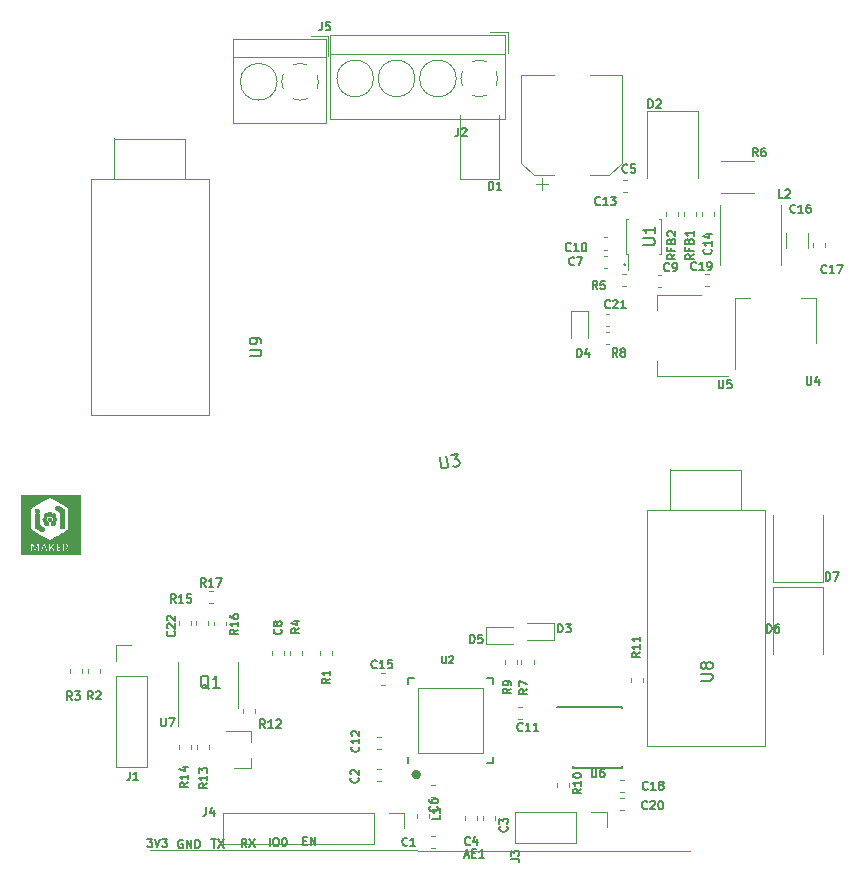
<source format=gto>
G04 #@! TF.GenerationSoftware,KiCad,Pcbnew,(5.1.6)-1*
G04 #@! TF.CreationDate,2020-09-10T18:56:50+07:00*
G04 #@! TF.ProjectId,Kicad_Valve-hardware,4b696361-645f-4566-916c-76652d686172,rev?*
G04 #@! TF.SameCoordinates,Original*
G04 #@! TF.FileFunction,Legend,Top*
G04 #@! TF.FilePolarity,Positive*
%FSLAX46Y46*%
G04 Gerber Fmt 4.6, Leading zero omitted, Abs format (unit mm)*
G04 Created by KiCad (PCBNEW (5.1.6)-1) date 2020-09-10 18:56:50*
%MOMM*%
%LPD*%
G01*
G04 APERTURE LIST*
%ADD10C,0.150000*%
%ADD11C,0.050000*%
%ADD12C,0.120000*%
%ADD13C,0.300000*%
%ADD14C,0.100000*%
%ADD15C,0.010000*%
G04 APERTURE END LIST*
D10*
X212061533Y-131762706D02*
X212494866Y-131762706D01*
X212261533Y-132029373D01*
X212361533Y-132029373D01*
X212428200Y-132062706D01*
X212461533Y-132096040D01*
X212494866Y-132162706D01*
X212494866Y-132329373D01*
X212461533Y-132396040D01*
X212428200Y-132429373D01*
X212361533Y-132462706D01*
X212161533Y-132462706D01*
X212094866Y-132429373D01*
X212061533Y-132396040D01*
X212694866Y-131762706D02*
X212928200Y-132462706D01*
X213161533Y-131762706D01*
X213328200Y-131762706D02*
X213761533Y-131762706D01*
X213528200Y-132029373D01*
X213628200Y-132029373D01*
X213694866Y-132062706D01*
X213728200Y-132096040D01*
X213761533Y-132162706D01*
X213761533Y-132329373D01*
X213728200Y-132396040D01*
X213694866Y-132429373D01*
X213628200Y-132462706D01*
X213428200Y-132462706D01*
X213361533Y-132429373D01*
X213328200Y-132396040D01*
X215056786Y-131857000D02*
X214990120Y-131823666D01*
X214890120Y-131823666D01*
X214790120Y-131857000D01*
X214723453Y-131923666D01*
X214690120Y-131990333D01*
X214656786Y-132123666D01*
X214656786Y-132223666D01*
X214690120Y-132357000D01*
X214723453Y-132423666D01*
X214790120Y-132490333D01*
X214890120Y-132523666D01*
X214956786Y-132523666D01*
X215056786Y-132490333D01*
X215090120Y-132457000D01*
X215090120Y-132223666D01*
X214956786Y-132223666D01*
X215390120Y-132523666D02*
X215390120Y-131823666D01*
X215790120Y-132523666D01*
X215790120Y-131823666D01*
X216123453Y-132523666D02*
X216123453Y-131823666D01*
X216290120Y-131823666D01*
X216390120Y-131857000D01*
X216456786Y-131923666D01*
X216490120Y-131990333D01*
X216523453Y-132123666D01*
X216523453Y-132223666D01*
X216490120Y-132357000D01*
X216456786Y-132423666D01*
X216390120Y-132490333D01*
X216290120Y-132523666D01*
X216123453Y-132523666D01*
X217505346Y-131808426D02*
X217905346Y-131808426D01*
X217705346Y-132508426D02*
X217705346Y-131808426D01*
X218072013Y-131808426D02*
X218538680Y-132508426D01*
X218538680Y-131808426D02*
X218072013Y-132508426D01*
X220459473Y-132432226D02*
X220226140Y-132098893D01*
X220059473Y-132432226D02*
X220059473Y-131732226D01*
X220326140Y-131732226D01*
X220392806Y-131765560D01*
X220426140Y-131798893D01*
X220459473Y-131865560D01*
X220459473Y-131965560D01*
X220426140Y-132032226D01*
X220392806Y-132065560D01*
X220326140Y-132098893D01*
X220059473Y-132098893D01*
X220692806Y-131732226D02*
X221159473Y-132432226D01*
X221159473Y-131732226D02*
X220692806Y-132432226D01*
X222431380Y-132358566D02*
X222431380Y-131658566D01*
X222898046Y-131658566D02*
X223031380Y-131658566D01*
X223098046Y-131691900D01*
X223164713Y-131758566D01*
X223198046Y-131891900D01*
X223198046Y-132125233D01*
X223164713Y-132258566D01*
X223098046Y-132325233D01*
X223031380Y-132358566D01*
X222898046Y-132358566D01*
X222831380Y-132325233D01*
X222764713Y-132258566D01*
X222731380Y-132125233D01*
X222731380Y-131891900D01*
X222764713Y-131758566D01*
X222831380Y-131691900D01*
X222898046Y-131658566D01*
X223631380Y-131658566D02*
X223698046Y-131658566D01*
X223764713Y-131691900D01*
X223798046Y-131725233D01*
X223831380Y-131791900D01*
X223864713Y-131925233D01*
X223864713Y-132091900D01*
X223831380Y-132225233D01*
X223798046Y-132291900D01*
X223764713Y-132325233D01*
X223698046Y-132358566D01*
X223631380Y-132358566D01*
X223564713Y-132325233D01*
X223531380Y-132291900D01*
X223498046Y-132225233D01*
X223464713Y-132091900D01*
X223464713Y-131925233D01*
X223498046Y-131791900D01*
X223531380Y-131725233D01*
X223564713Y-131691900D01*
X223631380Y-131658566D01*
X225269013Y-131928400D02*
X225502346Y-131928400D01*
X225602346Y-132295066D02*
X225269013Y-132295066D01*
X225269013Y-131595066D01*
X225602346Y-131595066D01*
X225902346Y-132295066D02*
X225902346Y-131595066D01*
X226302346Y-132295066D01*
X226302346Y-131595066D01*
D11*
X212318600Y-132727700D02*
X258013200Y-132778500D01*
D12*
X243794899Y-120562940D02*
X243469341Y-120562940D01*
X243794899Y-121582940D02*
X243469341Y-121582940D01*
D13*
X234872120Y-126502940D02*
X234872120Y-126152940D01*
X235079817Y-126312940D02*
G75*
G03*
X235079817Y-126312940I-237697J0D01*
G01*
D10*
X234117120Y-118117940D02*
X234117120Y-118642940D01*
X241367120Y-118117940D02*
X241367120Y-118642940D01*
X241367120Y-125367940D02*
X241367120Y-124842940D01*
X234117120Y-125367940D02*
X234117120Y-124842940D01*
X241367120Y-118117940D02*
X240842120Y-118117940D01*
X241367120Y-125367940D02*
X240842120Y-125367940D01*
X234117120Y-118117940D02*
X234642120Y-118117940D01*
D14*
X234992120Y-124492940D02*
X234992120Y-118992940D01*
X240492120Y-118992940D02*
X234992120Y-118992940D01*
X240492120Y-124492940D02*
X240492120Y-118992940D01*
X240492120Y-124492940D02*
X234992120Y-124492940D01*
D12*
X232164899Y-117732940D02*
X231839341Y-117732940D01*
X232164899Y-118752940D02*
X231839341Y-118752940D01*
X209402120Y-115382940D02*
X210732120Y-115382940D01*
X209402120Y-116712940D02*
X209402120Y-115382940D01*
X209402120Y-117982940D02*
X212062120Y-117982940D01*
X212062120Y-117982940D02*
X212062120Y-125662940D01*
X209402120Y-117982940D02*
X209402120Y-125662940D01*
X209402120Y-125662940D02*
X212062120Y-125662940D01*
X269312120Y-110392940D02*
X269312120Y-116092940D01*
X265012120Y-110392940D02*
X265012120Y-116092940D01*
X269312120Y-110392940D02*
X265012120Y-110392940D01*
X217282120Y-75882940D02*
X217282120Y-95882940D01*
X212282120Y-72482940D02*
X215282120Y-72482940D01*
X215282120Y-72482940D02*
X209282120Y-72482940D01*
X207282120Y-95882940D02*
X207282120Y-75882940D01*
X215282120Y-72482940D02*
X215282120Y-75882940D01*
X209282120Y-72382940D02*
X209282120Y-75882940D01*
X207282120Y-75882940D02*
X217282120Y-75882940D01*
X217282120Y-95882940D02*
X207282120Y-95882940D01*
X264352120Y-103922940D02*
X264352120Y-123922940D01*
X259352120Y-100522940D02*
X262352120Y-100522940D01*
X262352120Y-100522940D02*
X256352120Y-100522940D01*
X254352120Y-123922940D02*
X254352120Y-103922940D01*
X262352120Y-100522940D02*
X262352120Y-103922940D01*
X256352120Y-100422940D02*
X256352120Y-103922940D01*
X254352120Y-103922940D02*
X264352120Y-103922940D01*
X264352120Y-123922940D02*
X254352120Y-123922940D01*
D14*
X255382120Y-82232940D02*
X255582120Y-82232940D01*
X255382120Y-79232940D02*
X255582120Y-79232940D01*
X252582120Y-79232940D02*
X252782120Y-79232940D01*
X252782120Y-82232940D02*
X252782120Y-83632940D01*
X252582120Y-82232940D02*
X252782120Y-82232940D01*
D10*
X252561177Y-83132940D02*
G75*
G03*
X252561177Y-83132940I-79057J0D01*
G01*
D14*
X255582120Y-82232940D02*
X255582120Y-79232940D01*
X252582120Y-79232940D02*
X252582120Y-82232940D01*
D15*
G36*
X202767819Y-103814262D02*
G01*
X202812668Y-103831757D01*
X202851523Y-103861461D01*
X202881278Y-103903387D01*
X202883630Y-103908246D01*
X202900883Y-103963201D01*
X202902332Y-104016537D01*
X202889255Y-104065792D01*
X202862932Y-104108504D01*
X202824642Y-104142213D01*
X202775664Y-104164457D01*
X202747293Y-104170551D01*
X202721136Y-104172551D01*
X202699845Y-104171392D01*
X202699120Y-104171248D01*
X202675502Y-104166260D01*
X202662057Y-104163404D01*
X202637716Y-104152043D01*
X202609870Y-104129962D01*
X202583473Y-104101780D01*
X202563478Y-104072117D01*
X202562846Y-104070894D01*
X202549544Y-104028803D01*
X202546664Y-103979994D01*
X202554232Y-103931845D01*
X202562308Y-103909509D01*
X202590564Y-103866138D01*
X202628348Y-103834915D01*
X202672555Y-103815854D01*
X202720080Y-103808965D01*
X202767819Y-103814262D01*
G37*
X202767819Y-103814262D02*
X202812668Y-103831757D01*
X202851523Y-103861461D01*
X202881278Y-103903387D01*
X202883630Y-103908246D01*
X202900883Y-103963201D01*
X202902332Y-104016537D01*
X202889255Y-104065792D01*
X202862932Y-104108504D01*
X202824642Y-104142213D01*
X202775664Y-104164457D01*
X202747293Y-104170551D01*
X202721136Y-104172551D01*
X202699845Y-104171392D01*
X202699120Y-104171248D01*
X202675502Y-104166260D01*
X202662057Y-104163404D01*
X202637716Y-104152043D01*
X202609870Y-104129962D01*
X202583473Y-104101780D01*
X202563478Y-104072117D01*
X202562846Y-104070894D01*
X202549544Y-104028803D01*
X202546664Y-103979994D01*
X202554232Y-103931845D01*
X202562308Y-103909509D01*
X202590564Y-103866138D01*
X202628348Y-103834915D01*
X202672555Y-103815854D01*
X202720080Y-103808965D01*
X202767819Y-103814262D01*
G36*
X203811108Y-104549460D02*
G01*
X203847783Y-104563010D01*
X203886877Y-104591053D01*
X203913161Y-104630844D01*
X203926220Y-104681751D01*
X203926271Y-104682216D01*
X203923714Y-104729712D01*
X203906941Y-104771211D01*
X203878754Y-104804869D01*
X203841955Y-104828840D01*
X203799346Y-104841280D01*
X203753730Y-104840344D01*
X203709408Y-104824990D01*
X203673060Y-104796707D01*
X203648530Y-104758901D01*
X203636342Y-104715441D01*
X203637021Y-104670193D01*
X203651089Y-104627025D01*
X203677727Y-104591084D01*
X203719938Y-104559883D01*
X203764203Y-104546040D01*
X203811108Y-104549460D01*
G37*
X203811108Y-104549460D02*
X203847783Y-104563010D01*
X203886877Y-104591053D01*
X203913161Y-104630844D01*
X203926220Y-104681751D01*
X203926271Y-104682216D01*
X203923714Y-104729712D01*
X203906941Y-104771211D01*
X203878754Y-104804869D01*
X203841955Y-104828840D01*
X203799346Y-104841280D01*
X203753730Y-104840344D01*
X203709408Y-104824990D01*
X203673060Y-104796707D01*
X203648530Y-104758901D01*
X203636342Y-104715441D01*
X203637021Y-104670193D01*
X203651089Y-104627025D01*
X203677727Y-104591084D01*
X203719938Y-104559883D01*
X203764203Y-104546040D01*
X203811108Y-104549460D01*
G36*
X203894439Y-104140877D02*
G01*
X203901353Y-104169890D01*
X203908756Y-104186544D01*
X203920089Y-104195748D01*
X203937239Y-104201945D01*
X203967403Y-104212841D01*
X203998434Y-104226591D01*
X204001245Y-104228006D01*
X204033369Y-104244455D01*
X204073477Y-104219491D01*
X204097481Y-104205490D01*
X204115907Y-104196432D01*
X204122296Y-104194527D01*
X204132581Y-104200472D01*
X204151244Y-104216093D01*
X204174918Y-104238070D01*
X204200237Y-104263083D01*
X204223833Y-104287811D01*
X204242341Y-104308935D01*
X204252083Y-104322523D01*
X204256289Y-104336108D01*
X204252865Y-104351798D01*
X204240392Y-104374809D01*
X204235915Y-104381968D01*
X204209957Y-104422899D01*
X204226302Y-104455420D01*
X204240174Y-104486111D01*
X204252228Y-104517635D01*
X204253188Y-104520539D01*
X204264055Y-104544159D01*
X204281086Y-104557037D01*
X204295977Y-104562093D01*
X204320978Y-104568048D01*
X204340438Y-104571023D01*
X204342457Y-104571098D01*
X204353856Y-104577761D01*
X204361690Y-104598396D01*
X204366202Y-104634111D01*
X204367638Y-104685534D01*
X204365379Y-104732242D01*
X204358905Y-104766252D01*
X204348672Y-104785880D01*
X204339389Y-104790162D01*
X204324030Y-104792419D01*
X204300597Y-104797913D01*
X204296003Y-104799160D01*
X204275299Y-104807083D01*
X204262274Y-104819984D01*
X204251807Y-104843427D01*
X204249704Y-104849473D01*
X204238708Y-104878952D01*
X204227424Y-104904964D01*
X204223465Y-104912734D01*
X204217423Y-104926602D01*
X204217708Y-104940066D01*
X204225429Y-104958634D01*
X204236912Y-104979477D01*
X204262520Y-105024325D01*
X204228453Y-105067064D01*
X204207621Y-105090920D01*
X204182791Y-105116086D01*
X204157632Y-105139235D01*
X204135813Y-105157042D01*
X204121004Y-105166180D01*
X204118505Y-105166734D01*
X204108929Y-105162469D01*
X204089510Y-105151494D01*
X204072931Y-105141429D01*
X204032275Y-105116124D01*
X203978801Y-105141422D01*
X203948183Y-105154499D01*
X203921095Y-105163640D01*
X203904775Y-105166727D01*
X203895337Y-105166102D01*
X203889489Y-105162051D01*
X203886556Y-105151323D01*
X203885865Y-105130666D01*
X203886741Y-105096828D01*
X203887258Y-105082236D01*
X203890293Y-104997738D01*
X203929583Y-104966184D01*
X203986514Y-104916244D01*
X204028939Y-104868529D01*
X204059012Y-104819835D01*
X204078882Y-104766959D01*
X204086766Y-104732090D01*
X204090873Y-104662521D01*
X204078746Y-104594966D01*
X204051663Y-104531860D01*
X204010900Y-104475639D01*
X203957737Y-104428738D01*
X203914048Y-104402866D01*
X203882244Y-104388201D01*
X203856035Y-104379551D01*
X203828307Y-104375380D01*
X203791944Y-104374152D01*
X203780940Y-104374125D01*
X203710790Y-104380325D01*
X203649857Y-104399746D01*
X203594453Y-104433766D01*
X203573048Y-104451739D01*
X203528335Y-104503090D01*
X203496880Y-104562460D01*
X203478723Y-104626939D01*
X203473904Y-104693617D01*
X203482464Y-104759585D01*
X203504443Y-104821933D01*
X203539883Y-104877750D01*
X203566714Y-104906069D01*
X203595767Y-104932684D01*
X203625903Y-104960511D01*
X203641691Y-104975203D01*
X203675707Y-105007017D01*
X203675707Y-105168923D01*
X203647790Y-105163340D01*
X203623720Y-105156419D01*
X203592712Y-105144830D01*
X203574285Y-105136886D01*
X203528697Y-105116015D01*
X203490529Y-105141337D01*
X203466909Y-105155779D01*
X203448328Y-105164966D01*
X203442000Y-105166696D01*
X203431518Y-105160907D01*
X203412202Y-105145383D01*
X203387437Y-105122940D01*
X203375063Y-105110987D01*
X203341991Y-105077847D01*
X203320399Y-105053576D01*
X203309073Y-105034971D01*
X203306796Y-105018831D01*
X203312356Y-105001954D01*
X203324536Y-104981137D01*
X203325329Y-104979885D01*
X203350911Y-104939546D01*
X203329378Y-104890856D01*
X203317843Y-104862837D01*
X203310029Y-104840145D01*
X203307845Y-104829794D01*
X203304841Y-104818501D01*
X203293562Y-104809617D01*
X203270601Y-104801165D01*
X203247924Y-104794998D01*
X203220557Y-104785632D01*
X203206121Y-104773482D01*
X203201701Y-104763335D01*
X203197609Y-104737791D01*
X203195421Y-104701559D01*
X203195234Y-104661373D01*
X203197142Y-104623968D01*
X203199448Y-104604953D01*
X203204590Y-104584093D01*
X203214690Y-104573632D01*
X203235582Y-104568154D01*
X203239863Y-104567450D01*
X203278467Y-104558158D01*
X203301366Y-104545350D01*
X203307845Y-104531675D01*
X203311220Y-104517314D01*
X203319969Y-104492967D01*
X203329466Y-104470205D01*
X203351087Y-104421315D01*
X203325735Y-104380582D01*
X203310988Y-104354267D01*
X203306012Y-104336652D01*
X203309435Y-104322935D01*
X203320410Y-104307924D01*
X203339700Y-104286336D01*
X203363916Y-104261453D01*
X203389670Y-104236555D01*
X203413574Y-104214924D01*
X203432240Y-104199841D01*
X203442000Y-104194564D01*
X203454758Y-104199134D01*
X203476048Y-104210783D01*
X203490616Y-104219981D01*
X203528870Y-104245360D01*
X203582582Y-104219950D01*
X203611324Y-104207045D01*
X203634494Y-104197896D01*
X203646800Y-104194534D01*
X203653945Y-104186618D01*
X203661810Y-104165903D01*
X203667647Y-104141975D01*
X203677986Y-104089423D01*
X203883520Y-104089423D01*
X203894439Y-104140877D01*
G37*
X203894439Y-104140877D02*
X203901353Y-104169890D01*
X203908756Y-104186544D01*
X203920089Y-104195748D01*
X203937239Y-104201945D01*
X203967403Y-104212841D01*
X203998434Y-104226591D01*
X204001245Y-104228006D01*
X204033369Y-104244455D01*
X204073477Y-104219491D01*
X204097481Y-104205490D01*
X204115907Y-104196432D01*
X204122296Y-104194527D01*
X204132581Y-104200472D01*
X204151244Y-104216093D01*
X204174918Y-104238070D01*
X204200237Y-104263083D01*
X204223833Y-104287811D01*
X204242341Y-104308935D01*
X204252083Y-104322523D01*
X204256289Y-104336108D01*
X204252865Y-104351798D01*
X204240392Y-104374809D01*
X204235915Y-104381968D01*
X204209957Y-104422899D01*
X204226302Y-104455420D01*
X204240174Y-104486111D01*
X204252228Y-104517635D01*
X204253188Y-104520539D01*
X204264055Y-104544159D01*
X204281086Y-104557037D01*
X204295977Y-104562093D01*
X204320978Y-104568048D01*
X204340438Y-104571023D01*
X204342457Y-104571098D01*
X204353856Y-104577761D01*
X204361690Y-104598396D01*
X204366202Y-104634111D01*
X204367638Y-104685534D01*
X204365379Y-104732242D01*
X204358905Y-104766252D01*
X204348672Y-104785880D01*
X204339389Y-104790162D01*
X204324030Y-104792419D01*
X204300597Y-104797913D01*
X204296003Y-104799160D01*
X204275299Y-104807083D01*
X204262274Y-104819984D01*
X204251807Y-104843427D01*
X204249704Y-104849473D01*
X204238708Y-104878952D01*
X204227424Y-104904964D01*
X204223465Y-104912734D01*
X204217423Y-104926602D01*
X204217708Y-104940066D01*
X204225429Y-104958634D01*
X204236912Y-104979477D01*
X204262520Y-105024325D01*
X204228453Y-105067064D01*
X204207621Y-105090920D01*
X204182791Y-105116086D01*
X204157632Y-105139235D01*
X204135813Y-105157042D01*
X204121004Y-105166180D01*
X204118505Y-105166734D01*
X204108929Y-105162469D01*
X204089510Y-105151494D01*
X204072931Y-105141429D01*
X204032275Y-105116124D01*
X203978801Y-105141422D01*
X203948183Y-105154499D01*
X203921095Y-105163640D01*
X203904775Y-105166727D01*
X203895337Y-105166102D01*
X203889489Y-105162051D01*
X203886556Y-105151323D01*
X203885865Y-105130666D01*
X203886741Y-105096828D01*
X203887258Y-105082236D01*
X203890293Y-104997738D01*
X203929583Y-104966184D01*
X203986514Y-104916244D01*
X204028939Y-104868529D01*
X204059012Y-104819835D01*
X204078882Y-104766959D01*
X204086766Y-104732090D01*
X204090873Y-104662521D01*
X204078746Y-104594966D01*
X204051663Y-104531860D01*
X204010900Y-104475639D01*
X203957737Y-104428738D01*
X203914048Y-104402866D01*
X203882244Y-104388201D01*
X203856035Y-104379551D01*
X203828307Y-104375380D01*
X203791944Y-104374152D01*
X203780940Y-104374125D01*
X203710790Y-104380325D01*
X203649857Y-104399746D01*
X203594453Y-104433766D01*
X203573048Y-104451739D01*
X203528335Y-104503090D01*
X203496880Y-104562460D01*
X203478723Y-104626939D01*
X203473904Y-104693617D01*
X203482464Y-104759585D01*
X203504443Y-104821933D01*
X203539883Y-104877750D01*
X203566714Y-104906069D01*
X203595767Y-104932684D01*
X203625903Y-104960511D01*
X203641691Y-104975203D01*
X203675707Y-105007017D01*
X203675707Y-105168923D01*
X203647790Y-105163340D01*
X203623720Y-105156419D01*
X203592712Y-105144830D01*
X203574285Y-105136886D01*
X203528697Y-105116015D01*
X203490529Y-105141337D01*
X203466909Y-105155779D01*
X203448328Y-105164966D01*
X203442000Y-105166696D01*
X203431518Y-105160907D01*
X203412202Y-105145383D01*
X203387437Y-105122940D01*
X203375063Y-105110987D01*
X203341991Y-105077847D01*
X203320399Y-105053576D01*
X203309073Y-105034971D01*
X203306796Y-105018831D01*
X203312356Y-105001954D01*
X203324536Y-104981137D01*
X203325329Y-104979885D01*
X203350911Y-104939546D01*
X203329378Y-104890856D01*
X203317843Y-104862837D01*
X203310029Y-104840145D01*
X203307845Y-104829794D01*
X203304841Y-104818501D01*
X203293562Y-104809617D01*
X203270601Y-104801165D01*
X203247924Y-104794998D01*
X203220557Y-104785632D01*
X203206121Y-104773482D01*
X203201701Y-104763335D01*
X203197609Y-104737791D01*
X203195421Y-104701559D01*
X203195234Y-104661373D01*
X203197142Y-104623968D01*
X203199448Y-104604953D01*
X203204590Y-104584093D01*
X203214690Y-104573632D01*
X203235582Y-104568154D01*
X203239863Y-104567450D01*
X203278467Y-104558158D01*
X203301366Y-104545350D01*
X203307845Y-104531675D01*
X203311220Y-104517314D01*
X203319969Y-104492967D01*
X203329466Y-104470205D01*
X203351087Y-104421315D01*
X203325735Y-104380582D01*
X203310988Y-104354267D01*
X203306012Y-104336652D01*
X203309435Y-104322935D01*
X203320410Y-104307924D01*
X203339700Y-104286336D01*
X203363916Y-104261453D01*
X203389670Y-104236555D01*
X203413574Y-104214924D01*
X203432240Y-104199841D01*
X203442000Y-104194564D01*
X203454758Y-104199134D01*
X203476048Y-104210783D01*
X203490616Y-104219981D01*
X203528870Y-104245360D01*
X203582582Y-104219950D01*
X203611324Y-104207045D01*
X203634494Y-104197896D01*
X203646800Y-104194534D01*
X203653945Y-104186618D01*
X203661810Y-104165903D01*
X203667647Y-104141975D01*
X203677986Y-104089423D01*
X203883520Y-104089423D01*
X203894439Y-104140877D01*
G36*
X204449086Y-103551094D02*
G01*
X204461253Y-103556460D01*
X204486881Y-103569097D01*
X204523997Y-103587988D01*
X204570630Y-103612114D01*
X204624808Y-103640458D01*
X204684560Y-103672001D01*
X204725708Y-103693875D01*
X204800735Y-103734115D01*
X204861470Y-103767298D01*
X204909271Y-103794233D01*
X204945498Y-103815732D01*
X204971508Y-103832606D01*
X204988659Y-103845666D01*
X204998311Y-103855725D01*
X204999382Y-103857320D01*
X205002279Y-103862598D01*
X205004811Y-103869257D01*
X205007005Y-103878439D01*
X205008883Y-103891282D01*
X205010472Y-103908926D01*
X205011794Y-103932511D01*
X205012874Y-103963177D01*
X205013737Y-104002062D01*
X205014407Y-104050308D01*
X205014909Y-104109052D01*
X205015266Y-104179436D01*
X205015504Y-104262599D01*
X205015646Y-104359681D01*
X205015717Y-104471820D01*
X205015742Y-104600158D01*
X205015743Y-104621944D01*
X205015772Y-104756266D01*
X205015790Y-104874179D01*
X205015714Y-104976792D01*
X205015460Y-105065215D01*
X205014943Y-105140556D01*
X205014080Y-105203924D01*
X205012787Y-105256427D01*
X205010979Y-105299175D01*
X205008574Y-105333276D01*
X205005487Y-105359839D01*
X205001634Y-105379973D01*
X204996931Y-105394787D01*
X204991295Y-105405389D01*
X204984641Y-105412888D01*
X204976886Y-105418394D01*
X204967945Y-105423014D01*
X204957735Y-105427857D01*
X204954634Y-105429406D01*
X204922893Y-105439968D01*
X204880959Y-105446318D01*
X204834270Y-105448452D01*
X204788267Y-105446367D01*
X204748388Y-105440060D01*
X204720092Y-105429539D01*
X204695330Y-105409371D01*
X204674741Y-105384556D01*
X204674142Y-105383589D01*
X204670847Y-105377744D01*
X204667995Y-105370958D01*
X204665556Y-105361994D01*
X204663497Y-105349618D01*
X204661785Y-105332592D01*
X204660389Y-105309680D01*
X204659276Y-105279647D01*
X204658414Y-105241256D01*
X204657771Y-105193270D01*
X204657314Y-105134455D01*
X204657012Y-105063574D01*
X204656832Y-104979389D01*
X204656741Y-104880667D01*
X204656709Y-104766169D01*
X204656705Y-104714430D01*
X204656672Y-104073817D01*
X204471467Y-103974327D01*
X204406436Y-103938743D01*
X204352335Y-103907788D01*
X204310392Y-103882210D01*
X204281833Y-103862756D01*
X204268142Y-103850527D01*
X204253576Y-103817108D01*
X204251096Y-103774943D01*
X204259905Y-103727157D01*
X204279206Y-103676871D01*
X204308201Y-103627211D01*
X204333338Y-103595062D01*
X204362927Y-103570371D01*
X204398161Y-103554150D01*
X204432878Y-103548741D01*
X204449086Y-103551094D01*
G37*
X204449086Y-103551094D02*
X204461253Y-103556460D01*
X204486881Y-103569097D01*
X204523997Y-103587988D01*
X204570630Y-103612114D01*
X204624808Y-103640458D01*
X204684560Y-103672001D01*
X204725708Y-103693875D01*
X204800735Y-103734115D01*
X204861470Y-103767298D01*
X204909271Y-103794233D01*
X204945498Y-103815732D01*
X204971508Y-103832606D01*
X204988659Y-103845666D01*
X204998311Y-103855725D01*
X204999382Y-103857320D01*
X205002279Y-103862598D01*
X205004811Y-103869257D01*
X205007005Y-103878439D01*
X205008883Y-103891282D01*
X205010472Y-103908926D01*
X205011794Y-103932511D01*
X205012874Y-103963177D01*
X205013737Y-104002062D01*
X205014407Y-104050308D01*
X205014909Y-104109052D01*
X205015266Y-104179436D01*
X205015504Y-104262599D01*
X205015646Y-104359681D01*
X205015717Y-104471820D01*
X205015742Y-104600158D01*
X205015743Y-104621944D01*
X205015772Y-104756266D01*
X205015790Y-104874179D01*
X205015714Y-104976792D01*
X205015460Y-105065215D01*
X205014943Y-105140556D01*
X205014080Y-105203924D01*
X205012787Y-105256427D01*
X205010979Y-105299175D01*
X205008574Y-105333276D01*
X205005487Y-105359839D01*
X205001634Y-105379973D01*
X204996931Y-105394787D01*
X204991295Y-105405389D01*
X204984641Y-105412888D01*
X204976886Y-105418394D01*
X204967945Y-105423014D01*
X204957735Y-105427857D01*
X204954634Y-105429406D01*
X204922893Y-105439968D01*
X204880959Y-105446318D01*
X204834270Y-105448452D01*
X204788267Y-105446367D01*
X204748388Y-105440060D01*
X204720092Y-105429539D01*
X204695330Y-105409371D01*
X204674741Y-105384556D01*
X204674142Y-105383589D01*
X204670847Y-105377744D01*
X204667995Y-105370958D01*
X204665556Y-105361994D01*
X204663497Y-105349618D01*
X204661785Y-105332592D01*
X204660389Y-105309680D01*
X204659276Y-105279647D01*
X204658414Y-105241256D01*
X204657771Y-105193270D01*
X204657314Y-105134455D01*
X204657012Y-105063574D01*
X204656832Y-104979389D01*
X204656741Y-104880667D01*
X204656709Y-104766169D01*
X204656705Y-104714430D01*
X204656672Y-104073817D01*
X204471467Y-103974327D01*
X204406436Y-103938743D01*
X204352335Y-103907788D01*
X204310392Y-103882210D01*
X204281833Y-103862756D01*
X204268142Y-103850527D01*
X204253576Y-103817108D01*
X204251096Y-103774943D01*
X204259905Y-103727157D01*
X204279206Y-103676871D01*
X204308201Y-103627211D01*
X204333338Y-103595062D01*
X204362927Y-103570371D01*
X204398161Y-103554150D01*
X204432878Y-103548741D01*
X204449086Y-103551094D01*
G36*
X202904948Y-105182311D02*
G01*
X203090244Y-105281815D01*
X203150133Y-105314570D01*
X203201931Y-105344086D01*
X203243847Y-105369279D01*
X203274090Y-105389064D01*
X203290871Y-105402357D01*
X203292655Y-105404405D01*
X203310049Y-105437825D01*
X203314489Y-105475395D01*
X203305845Y-105519491D01*
X203283985Y-105572488D01*
X203283237Y-105574009D01*
X203253694Y-105627259D01*
X203224583Y-105665153D01*
X203194064Y-105689707D01*
X203167105Y-105701182D01*
X203149016Y-105706045D01*
X203133976Y-105708081D01*
X203118547Y-105706318D01*
X203099294Y-105699784D01*
X203072779Y-105687506D01*
X203035567Y-105668514D01*
X203016461Y-105658583D01*
X202906032Y-105600671D01*
X202811283Y-105550001D01*
X202731998Y-105506448D01*
X202667963Y-105469888D01*
X202618964Y-105440197D01*
X202584785Y-105417252D01*
X202565213Y-105400929D01*
X202561172Y-105395812D01*
X202558104Y-105389633D01*
X202555472Y-105381397D01*
X202553244Y-105369806D01*
X202551386Y-105353559D01*
X202549865Y-105331357D01*
X202548648Y-105301901D01*
X202547701Y-105263891D01*
X202546992Y-105216028D01*
X202546487Y-105157011D01*
X202546153Y-105085543D01*
X202545957Y-105000322D01*
X202545865Y-104900050D01*
X202545845Y-104796173D01*
X202545845Y-104222487D01*
X202596207Y-104250110D01*
X202623269Y-104263972D01*
X202646276Y-104272247D01*
X202671628Y-104276341D01*
X202705724Y-104277665D01*
X202721744Y-104277734D01*
X202761135Y-104277017D01*
X202789747Y-104273905D01*
X202814290Y-104266951D01*
X202841479Y-104254709D01*
X202850934Y-104249902D01*
X202904948Y-104222071D01*
X202904948Y-105182311D01*
G37*
X202904948Y-105182311D02*
X203090244Y-105281815D01*
X203150133Y-105314570D01*
X203201931Y-105344086D01*
X203243847Y-105369279D01*
X203274090Y-105389064D01*
X203290871Y-105402357D01*
X203292655Y-105404405D01*
X203310049Y-105437825D01*
X203314489Y-105475395D01*
X203305845Y-105519491D01*
X203283985Y-105572488D01*
X203283237Y-105574009D01*
X203253694Y-105627259D01*
X203224583Y-105665153D01*
X203194064Y-105689707D01*
X203167105Y-105701182D01*
X203149016Y-105706045D01*
X203133976Y-105708081D01*
X203118547Y-105706318D01*
X203099294Y-105699784D01*
X203072779Y-105687506D01*
X203035567Y-105668514D01*
X203016461Y-105658583D01*
X202906032Y-105600671D01*
X202811283Y-105550001D01*
X202731998Y-105506448D01*
X202667963Y-105469888D01*
X202618964Y-105440197D01*
X202584785Y-105417252D01*
X202565213Y-105400929D01*
X202561172Y-105395812D01*
X202558104Y-105389633D01*
X202555472Y-105381397D01*
X202553244Y-105369806D01*
X202551386Y-105353559D01*
X202549865Y-105331357D01*
X202548648Y-105301901D01*
X202547701Y-105263891D01*
X202546992Y-105216028D01*
X202546487Y-105157011D01*
X202546153Y-105085543D01*
X202545957Y-105000322D01*
X202545865Y-104900050D01*
X202545845Y-104796173D01*
X202545845Y-104222487D01*
X202596207Y-104250110D01*
X202623269Y-104263972D01*
X202646276Y-104272247D01*
X202671628Y-104276341D01*
X202705724Y-104277665D01*
X202721744Y-104277734D01*
X202761135Y-104277017D01*
X202789747Y-104273905D01*
X202814290Y-104266951D01*
X202841479Y-104254709D01*
X202850934Y-104249902D01*
X202904948Y-104222071D01*
X202904948Y-105182311D01*
G36*
X205117724Y-106831979D02*
G01*
X205142867Y-106835992D01*
X205160832Y-106843945D01*
X205167106Y-106848423D01*
X205186273Y-106873051D01*
X205195338Y-106905221D01*
X205194801Y-106939910D01*
X205185163Y-106972093D01*
X205166925Y-106996748D01*
X205151388Y-107006100D01*
X205130452Y-107010739D01*
X205099495Y-107013896D01*
X205072136Y-107014802D01*
X205015776Y-107014802D01*
X205015776Y-106830871D01*
X205080284Y-106830871D01*
X205117724Y-106831979D01*
G37*
X205117724Y-106831979D02*
X205142867Y-106835992D01*
X205160832Y-106843945D01*
X205167106Y-106848423D01*
X205186273Y-106873051D01*
X205195338Y-106905221D01*
X205194801Y-106939910D01*
X205185163Y-106972093D01*
X205166925Y-106996748D01*
X205151388Y-107006100D01*
X205130452Y-107010739D01*
X205099495Y-107013896D01*
X205072136Y-107014802D01*
X205015776Y-107014802D01*
X205015776Y-106830871D01*
X205080284Y-106830871D01*
X205117724Y-106831979D01*
G36*
X203302679Y-106921419D02*
G01*
X203307954Y-106933126D01*
X203315695Y-106955128D01*
X203326880Y-106989849D01*
X203336767Y-107021371D01*
X203367523Y-107119906D01*
X203230648Y-107119906D01*
X203261405Y-107021371D01*
X203273710Y-106982547D01*
X203284287Y-106950282D01*
X203291989Y-106928005D01*
X203295624Y-106919188D01*
X203298894Y-106917581D01*
X203302679Y-106921419D01*
G37*
X203302679Y-106921419D02*
X203307954Y-106933126D01*
X203315695Y-106955128D01*
X203326880Y-106989849D01*
X203336767Y-107021371D01*
X203367523Y-107119906D01*
X203230648Y-107119906D01*
X203261405Y-107021371D01*
X203273710Y-106982547D01*
X203284287Y-106950282D01*
X203291989Y-106928005D01*
X203295624Y-106919188D01*
X203298894Y-106917581D01*
X203302679Y-106921419D01*
G36*
X206338327Y-107619147D02*
G01*
X201345914Y-107619147D01*
X201345914Y-106707712D01*
X202177982Y-106707712D01*
X202177982Y-107373906D01*
X202344396Y-107373906D01*
X202343985Y-107279751D01*
X202343175Y-107231370D01*
X202341303Y-107173546D01*
X202338667Y-107114299D01*
X202336240Y-107071734D01*
X202333635Y-107029197D01*
X202331710Y-106993567D01*
X202330624Y-106968160D01*
X202330538Y-106956295D01*
X202330645Y-106955849D01*
X202333880Y-106963191D01*
X202342081Y-106984912D01*
X202354466Y-107018841D01*
X202370248Y-107062812D01*
X202388643Y-107114656D01*
X202406071Y-107164221D01*
X202479759Y-107374615D01*
X202536344Y-107372071D01*
X202592930Y-107369527D01*
X202660942Y-107176837D01*
X202680416Y-107121768D01*
X202698056Y-107072081D01*
X202712994Y-107030207D01*
X202724360Y-106998577D01*
X202731286Y-106979623D01*
X202732929Y-106975389D01*
X202733847Y-106981195D01*
X202734279Y-107002218D01*
X202734237Y-107036166D01*
X202733732Y-107080745D01*
X202732776Y-107133663D01*
X202731947Y-107170268D01*
X202726991Y-107373906D01*
X202896189Y-107373906D01*
X202896189Y-107362958D01*
X202977316Y-107362958D01*
X202979692Y-107368182D01*
X202993032Y-107371557D01*
X203019516Y-107373370D01*
X203060936Y-107373906D01*
X203148730Y-107373906D01*
X203169896Y-107310406D01*
X203191063Y-107246906D01*
X203407109Y-107246906D01*
X203428276Y-107310406D01*
X203449442Y-107373906D01*
X203537236Y-107373906D01*
X203579043Y-107373350D01*
X203605530Y-107371496D01*
X203618865Y-107368059D01*
X203621288Y-107362958D01*
X203617451Y-107352582D01*
X203608100Y-107327654D01*
X203593926Y-107290003D01*
X203575619Y-107241458D01*
X203553868Y-107183850D01*
X203529365Y-107119008D01*
X203502799Y-107048761D01*
X203495750Y-107030130D01*
X203373952Y-106708251D01*
X203693224Y-106708251D01*
X203693224Y-107373906D01*
X203859638Y-107373906D01*
X203859638Y-107177671D01*
X203887270Y-107149161D01*
X203914903Y-107120651D01*
X204058285Y-107369527D01*
X204156030Y-107372003D01*
X204195039Y-107372604D01*
X204226650Y-107372352D01*
X204247357Y-107371327D01*
X204253776Y-107369840D01*
X204249308Y-107361408D01*
X204236791Y-107340353D01*
X204217556Y-107308844D01*
X204192934Y-107269054D01*
X204164254Y-107223153D01*
X204149347Y-107199444D01*
X204118525Y-107150410D01*
X204090470Y-107105564D01*
X204066669Y-107067300D01*
X204048609Y-107038014D01*
X204037778Y-107020100D01*
X204035701Y-107016468D01*
X204033806Y-107008905D01*
X204036185Y-106998476D01*
X204044071Y-106983269D01*
X204058695Y-106961368D01*
X204081291Y-106930862D01*
X204113090Y-106889835D01*
X204135751Y-106861078D01*
X204168992Y-106818682D01*
X204198160Y-106780788D01*
X204221613Y-106749584D01*
X204237713Y-106727259D01*
X204244819Y-106716002D01*
X204245017Y-106715293D01*
X204236848Y-106712470D01*
X204214671Y-106710570D01*
X204181977Y-106709775D01*
X204146559Y-106710154D01*
X204048101Y-106712630D01*
X203864017Y-106981792D01*
X203861605Y-106845021D01*
X203859193Y-106708251D01*
X204306327Y-106708251D01*
X204306327Y-107374197D01*
X204334980Y-107373906D01*
X204849362Y-107373906D01*
X205015776Y-107373906D01*
X205015776Y-107137423D01*
X205094686Y-107137423D01*
X205153615Y-107255665D01*
X205212544Y-107373906D01*
X205298091Y-107373906D01*
X205338823Y-107373039D01*
X205367671Y-107370601D01*
X205382295Y-107366833D01*
X205383638Y-107365031D01*
X205379843Y-107354551D01*
X205369364Y-107331364D01*
X205353556Y-107298324D01*
X205333773Y-107258287D01*
X205320238Y-107231462D01*
X205298552Y-107188792D01*
X205279714Y-107151693D01*
X205265131Y-107122938D01*
X205256210Y-107105301D01*
X205254140Y-107101165D01*
X205259136Y-107093599D01*
X205274890Y-107081302D01*
X205282583Y-107076317D01*
X205317375Y-107045196D01*
X205343541Y-107002499D01*
X205359552Y-106952666D01*
X205363878Y-106900135D01*
X205357678Y-106858321D01*
X205339160Y-106817640D01*
X205308310Y-106778757D01*
X205269988Y-106746833D01*
X205236411Y-106729476D01*
X205216821Y-106723735D01*
X205191434Y-106719271D01*
X205157618Y-106715850D01*
X205112744Y-106713238D01*
X205054179Y-106711199D01*
X205022345Y-106710399D01*
X204849362Y-106706423D01*
X204849362Y-107373906D01*
X204334980Y-107373906D01*
X204766155Y-107369527D01*
X204766155Y-107255665D01*
X204619448Y-107253263D01*
X204472741Y-107250862D01*
X204472741Y-107093630D01*
X204717982Y-107093630D01*
X204717982Y-106971009D01*
X204472741Y-106971009D01*
X204472741Y-106830871D01*
X204761776Y-106830871D01*
X204761776Y-106708251D01*
X204306327Y-106708251D01*
X203859193Y-106708251D01*
X203693224Y-106708251D01*
X203373952Y-106708251D01*
X203299295Y-106708252D01*
X203224638Y-106708254D01*
X203103064Y-107030132D01*
X203076115Y-107101479D01*
X203051029Y-107167889D01*
X203028498Y-107227530D01*
X203009214Y-107278571D01*
X202993868Y-107319183D01*
X202983152Y-107347535D01*
X202977757Y-107361796D01*
X202977316Y-107362958D01*
X202896189Y-107362958D01*
X202896189Y-106707712D01*
X202682051Y-106712630D01*
X202611758Y-106933307D01*
X202592828Y-106992354D01*
X202575467Y-107045780D01*
X202560421Y-107091350D01*
X202548435Y-107126827D01*
X202540254Y-107149976D01*
X202536676Y-107158522D01*
X202532906Y-107151742D01*
X202524693Y-107130326D01*
X202512758Y-107096376D01*
X202497821Y-107051994D01*
X202480604Y-106999283D01*
X202461826Y-106940345D01*
X202461039Y-106937845D01*
X202390192Y-106712630D01*
X202177982Y-106707712D01*
X201345914Y-106707712D01*
X201345914Y-103796009D01*
X202177996Y-103796009D01*
X202177996Y-105460147D01*
X202203201Y-105512699D01*
X202221483Y-105545457D01*
X202242776Y-105575981D01*
X202257935Y-105593082D01*
X202268562Y-105600400D01*
X202293045Y-105615698D01*
X202330065Y-105638204D01*
X202378301Y-105667150D01*
X202436433Y-105701765D01*
X202503143Y-105741278D01*
X202577109Y-105784920D01*
X202657013Y-105831921D01*
X202741535Y-105881511D01*
X202829355Y-105932919D01*
X202919152Y-105985375D01*
X203009608Y-106038110D01*
X203099403Y-106090353D01*
X203187216Y-106141334D01*
X203271729Y-106190283D01*
X203351620Y-106236430D01*
X203425572Y-106279005D01*
X203492263Y-106317238D01*
X203550374Y-106350358D01*
X203598585Y-106377596D01*
X203635577Y-106398181D01*
X203660029Y-106411344D01*
X203661872Y-106412293D01*
X203721939Y-106433464D01*
X203787407Y-106439366D01*
X203854663Y-106429749D01*
X203866254Y-106426479D01*
X203877910Y-106420901D01*
X203903600Y-106407176D01*
X203942201Y-106385942D01*
X203992590Y-106357832D01*
X204053645Y-106323484D01*
X204124242Y-106283533D01*
X204203258Y-106238613D01*
X204289570Y-106189362D01*
X204382056Y-106136413D01*
X204479591Y-106080404D01*
X204581054Y-106021969D01*
X204584461Y-106020004D01*
X204708027Y-105948714D01*
X204817337Y-105885555D01*
X204913308Y-105829908D01*
X204996859Y-105781154D01*
X205068907Y-105738673D01*
X205130371Y-105701846D01*
X205182170Y-105670054D01*
X205225221Y-105642677D01*
X205260442Y-105619097D01*
X205288752Y-105598693D01*
X205311069Y-105580847D01*
X205328311Y-105564938D01*
X205341396Y-105550349D01*
X205351242Y-105536459D01*
X205358768Y-105522648D01*
X205364891Y-105508299D01*
X205370531Y-105492791D01*
X205371905Y-105488855D01*
X205374639Y-105480273D01*
X205377046Y-105470455D01*
X205379146Y-105458292D01*
X205380961Y-105442676D01*
X205382512Y-105422501D01*
X205383818Y-105396658D01*
X205384901Y-105364040D01*
X205385781Y-105323538D01*
X205386479Y-105274045D01*
X205387016Y-105214454D01*
X205387413Y-105143657D01*
X205387690Y-105060545D01*
X205387868Y-104964012D01*
X205387968Y-104852949D01*
X205388010Y-104726249D01*
X205388017Y-104628078D01*
X205388002Y-104489821D01*
X205387945Y-104367974D01*
X205387823Y-104261428D01*
X205387617Y-104169076D01*
X205387306Y-104089811D01*
X205386869Y-104022524D01*
X205386286Y-103966108D01*
X205385534Y-103919455D01*
X205384595Y-103881458D01*
X205383447Y-103851008D01*
X205382069Y-103826998D01*
X205380441Y-103808321D01*
X205378541Y-103793868D01*
X205376350Y-103782532D01*
X205373847Y-103773205D01*
X205371905Y-103767302D01*
X205366165Y-103751247D01*
X205360120Y-103736511D01*
X205352841Y-103722463D01*
X205343395Y-103708472D01*
X205330850Y-103693909D01*
X205314276Y-103678142D01*
X205292740Y-103660540D01*
X205265311Y-103640473D01*
X205231057Y-103617310D01*
X205189048Y-103590421D01*
X205138350Y-103559175D01*
X205078034Y-103522942D01*
X205007167Y-103481090D01*
X204924817Y-103432988D01*
X204830054Y-103378008D01*
X204721945Y-103315517D01*
X204604120Y-103247516D01*
X204503567Y-103189549D01*
X204406602Y-103133752D01*
X204314403Y-103080795D01*
X204228144Y-103031348D01*
X204149002Y-102986083D01*
X204078152Y-102945670D01*
X204016770Y-102910781D01*
X203966032Y-102882085D01*
X203927113Y-102860254D01*
X203901189Y-102845959D01*
X203890293Y-102840254D01*
X203845223Y-102825774D01*
X203792687Y-102819276D01*
X203739551Y-102820905D01*
X203692680Y-102830809D01*
X203680086Y-102835768D01*
X203662639Y-102844667D01*
X203631917Y-102861406D01*
X203589239Y-102885215D01*
X203535926Y-102915328D01*
X203473298Y-102950976D01*
X203402674Y-102991391D01*
X203325374Y-103035806D01*
X203242719Y-103083452D01*
X203156029Y-103133563D01*
X203066622Y-103185369D01*
X202975820Y-103238103D01*
X202884943Y-103290997D01*
X202795309Y-103343283D01*
X202708240Y-103394193D01*
X202625055Y-103442960D01*
X202547074Y-103488815D01*
X202475617Y-103530991D01*
X202412005Y-103568719D01*
X202357556Y-103601232D01*
X202313592Y-103627761D01*
X202281431Y-103647540D01*
X202262394Y-103659799D01*
X202257935Y-103663116D01*
X202238010Y-103686448D01*
X202216926Y-103718143D01*
X202203201Y-103743458D01*
X202177996Y-103796009D01*
X201345914Y-103796009D01*
X201345914Y-102626734D01*
X206338327Y-102626734D01*
X206338327Y-107619147D01*
G37*
X206338327Y-107619147D02*
X201345914Y-107619147D01*
X201345914Y-106707712D01*
X202177982Y-106707712D01*
X202177982Y-107373906D01*
X202344396Y-107373906D01*
X202343985Y-107279751D01*
X202343175Y-107231370D01*
X202341303Y-107173546D01*
X202338667Y-107114299D01*
X202336240Y-107071734D01*
X202333635Y-107029197D01*
X202331710Y-106993567D01*
X202330624Y-106968160D01*
X202330538Y-106956295D01*
X202330645Y-106955849D01*
X202333880Y-106963191D01*
X202342081Y-106984912D01*
X202354466Y-107018841D01*
X202370248Y-107062812D01*
X202388643Y-107114656D01*
X202406071Y-107164221D01*
X202479759Y-107374615D01*
X202536344Y-107372071D01*
X202592930Y-107369527D01*
X202660942Y-107176837D01*
X202680416Y-107121768D01*
X202698056Y-107072081D01*
X202712994Y-107030207D01*
X202724360Y-106998577D01*
X202731286Y-106979623D01*
X202732929Y-106975389D01*
X202733847Y-106981195D01*
X202734279Y-107002218D01*
X202734237Y-107036166D01*
X202733732Y-107080745D01*
X202732776Y-107133663D01*
X202731947Y-107170268D01*
X202726991Y-107373906D01*
X202896189Y-107373906D01*
X202896189Y-107362958D01*
X202977316Y-107362958D01*
X202979692Y-107368182D01*
X202993032Y-107371557D01*
X203019516Y-107373370D01*
X203060936Y-107373906D01*
X203148730Y-107373906D01*
X203169896Y-107310406D01*
X203191063Y-107246906D01*
X203407109Y-107246906D01*
X203428276Y-107310406D01*
X203449442Y-107373906D01*
X203537236Y-107373906D01*
X203579043Y-107373350D01*
X203605530Y-107371496D01*
X203618865Y-107368059D01*
X203621288Y-107362958D01*
X203617451Y-107352582D01*
X203608100Y-107327654D01*
X203593926Y-107290003D01*
X203575619Y-107241458D01*
X203553868Y-107183850D01*
X203529365Y-107119008D01*
X203502799Y-107048761D01*
X203495750Y-107030130D01*
X203373952Y-106708251D01*
X203693224Y-106708251D01*
X203693224Y-107373906D01*
X203859638Y-107373906D01*
X203859638Y-107177671D01*
X203887270Y-107149161D01*
X203914903Y-107120651D01*
X204058285Y-107369527D01*
X204156030Y-107372003D01*
X204195039Y-107372604D01*
X204226650Y-107372352D01*
X204247357Y-107371327D01*
X204253776Y-107369840D01*
X204249308Y-107361408D01*
X204236791Y-107340353D01*
X204217556Y-107308844D01*
X204192934Y-107269054D01*
X204164254Y-107223153D01*
X204149347Y-107199444D01*
X204118525Y-107150410D01*
X204090470Y-107105564D01*
X204066669Y-107067300D01*
X204048609Y-107038014D01*
X204037778Y-107020100D01*
X204035701Y-107016468D01*
X204033806Y-107008905D01*
X204036185Y-106998476D01*
X204044071Y-106983269D01*
X204058695Y-106961368D01*
X204081291Y-106930862D01*
X204113090Y-106889835D01*
X204135751Y-106861078D01*
X204168992Y-106818682D01*
X204198160Y-106780788D01*
X204221613Y-106749584D01*
X204237713Y-106727259D01*
X204244819Y-106716002D01*
X204245017Y-106715293D01*
X204236848Y-106712470D01*
X204214671Y-106710570D01*
X204181977Y-106709775D01*
X204146559Y-106710154D01*
X204048101Y-106712630D01*
X203864017Y-106981792D01*
X203861605Y-106845021D01*
X203859193Y-106708251D01*
X204306327Y-106708251D01*
X204306327Y-107374197D01*
X204334980Y-107373906D01*
X204849362Y-107373906D01*
X205015776Y-107373906D01*
X205015776Y-107137423D01*
X205094686Y-107137423D01*
X205153615Y-107255665D01*
X205212544Y-107373906D01*
X205298091Y-107373906D01*
X205338823Y-107373039D01*
X205367671Y-107370601D01*
X205382295Y-107366833D01*
X205383638Y-107365031D01*
X205379843Y-107354551D01*
X205369364Y-107331364D01*
X205353556Y-107298324D01*
X205333773Y-107258287D01*
X205320238Y-107231462D01*
X205298552Y-107188792D01*
X205279714Y-107151693D01*
X205265131Y-107122938D01*
X205256210Y-107105301D01*
X205254140Y-107101165D01*
X205259136Y-107093599D01*
X205274890Y-107081302D01*
X205282583Y-107076317D01*
X205317375Y-107045196D01*
X205343541Y-107002499D01*
X205359552Y-106952666D01*
X205363878Y-106900135D01*
X205357678Y-106858321D01*
X205339160Y-106817640D01*
X205308310Y-106778757D01*
X205269988Y-106746833D01*
X205236411Y-106729476D01*
X205216821Y-106723735D01*
X205191434Y-106719271D01*
X205157618Y-106715850D01*
X205112744Y-106713238D01*
X205054179Y-106711199D01*
X205022345Y-106710399D01*
X204849362Y-106706423D01*
X204849362Y-107373906D01*
X204334980Y-107373906D01*
X204766155Y-107369527D01*
X204766155Y-107255665D01*
X204619448Y-107253263D01*
X204472741Y-107250862D01*
X204472741Y-107093630D01*
X204717982Y-107093630D01*
X204717982Y-106971009D01*
X204472741Y-106971009D01*
X204472741Y-106830871D01*
X204761776Y-106830871D01*
X204761776Y-106708251D01*
X204306327Y-106708251D01*
X203859193Y-106708251D01*
X203693224Y-106708251D01*
X203373952Y-106708251D01*
X203299295Y-106708252D01*
X203224638Y-106708254D01*
X203103064Y-107030132D01*
X203076115Y-107101479D01*
X203051029Y-107167889D01*
X203028498Y-107227530D01*
X203009214Y-107278571D01*
X202993868Y-107319183D01*
X202983152Y-107347535D01*
X202977757Y-107361796D01*
X202977316Y-107362958D01*
X202896189Y-107362958D01*
X202896189Y-106707712D01*
X202682051Y-106712630D01*
X202611758Y-106933307D01*
X202592828Y-106992354D01*
X202575467Y-107045780D01*
X202560421Y-107091350D01*
X202548435Y-107126827D01*
X202540254Y-107149976D01*
X202536676Y-107158522D01*
X202532906Y-107151742D01*
X202524693Y-107130326D01*
X202512758Y-107096376D01*
X202497821Y-107051994D01*
X202480604Y-106999283D01*
X202461826Y-106940345D01*
X202461039Y-106937845D01*
X202390192Y-106712630D01*
X202177982Y-106707712D01*
X201345914Y-106707712D01*
X201345914Y-103796009D01*
X202177996Y-103796009D01*
X202177996Y-105460147D01*
X202203201Y-105512699D01*
X202221483Y-105545457D01*
X202242776Y-105575981D01*
X202257935Y-105593082D01*
X202268562Y-105600400D01*
X202293045Y-105615698D01*
X202330065Y-105638204D01*
X202378301Y-105667150D01*
X202436433Y-105701765D01*
X202503143Y-105741278D01*
X202577109Y-105784920D01*
X202657013Y-105831921D01*
X202741535Y-105881511D01*
X202829355Y-105932919D01*
X202919152Y-105985375D01*
X203009608Y-106038110D01*
X203099403Y-106090353D01*
X203187216Y-106141334D01*
X203271729Y-106190283D01*
X203351620Y-106236430D01*
X203425572Y-106279005D01*
X203492263Y-106317238D01*
X203550374Y-106350358D01*
X203598585Y-106377596D01*
X203635577Y-106398181D01*
X203660029Y-106411344D01*
X203661872Y-106412293D01*
X203721939Y-106433464D01*
X203787407Y-106439366D01*
X203854663Y-106429749D01*
X203866254Y-106426479D01*
X203877910Y-106420901D01*
X203903600Y-106407176D01*
X203942201Y-106385942D01*
X203992590Y-106357832D01*
X204053645Y-106323484D01*
X204124242Y-106283533D01*
X204203258Y-106238613D01*
X204289570Y-106189362D01*
X204382056Y-106136413D01*
X204479591Y-106080404D01*
X204581054Y-106021969D01*
X204584461Y-106020004D01*
X204708027Y-105948714D01*
X204817337Y-105885555D01*
X204913308Y-105829908D01*
X204996859Y-105781154D01*
X205068907Y-105738673D01*
X205130371Y-105701846D01*
X205182170Y-105670054D01*
X205225221Y-105642677D01*
X205260442Y-105619097D01*
X205288752Y-105598693D01*
X205311069Y-105580847D01*
X205328311Y-105564938D01*
X205341396Y-105550349D01*
X205351242Y-105536459D01*
X205358768Y-105522648D01*
X205364891Y-105508299D01*
X205370531Y-105492791D01*
X205371905Y-105488855D01*
X205374639Y-105480273D01*
X205377046Y-105470455D01*
X205379146Y-105458292D01*
X205380961Y-105442676D01*
X205382512Y-105422501D01*
X205383818Y-105396658D01*
X205384901Y-105364040D01*
X205385781Y-105323538D01*
X205386479Y-105274045D01*
X205387016Y-105214454D01*
X205387413Y-105143657D01*
X205387690Y-105060545D01*
X205387868Y-104964012D01*
X205387968Y-104852949D01*
X205388010Y-104726249D01*
X205388017Y-104628078D01*
X205388002Y-104489821D01*
X205387945Y-104367974D01*
X205387823Y-104261428D01*
X205387617Y-104169076D01*
X205387306Y-104089811D01*
X205386869Y-104022524D01*
X205386286Y-103966108D01*
X205385534Y-103919455D01*
X205384595Y-103881458D01*
X205383447Y-103851008D01*
X205382069Y-103826998D01*
X205380441Y-103808321D01*
X205378541Y-103793868D01*
X205376350Y-103782532D01*
X205373847Y-103773205D01*
X205371905Y-103767302D01*
X205366165Y-103751247D01*
X205360120Y-103736511D01*
X205352841Y-103722463D01*
X205343395Y-103708472D01*
X205330850Y-103693909D01*
X205314276Y-103678142D01*
X205292740Y-103660540D01*
X205265311Y-103640473D01*
X205231057Y-103617310D01*
X205189048Y-103590421D01*
X205138350Y-103559175D01*
X205078034Y-103522942D01*
X205007167Y-103481090D01*
X204924817Y-103432988D01*
X204830054Y-103378008D01*
X204721945Y-103315517D01*
X204604120Y-103247516D01*
X204503567Y-103189549D01*
X204406602Y-103133752D01*
X204314403Y-103080795D01*
X204228144Y-103031348D01*
X204149002Y-102986083D01*
X204078152Y-102945670D01*
X204016770Y-102910781D01*
X203966032Y-102882085D01*
X203927113Y-102860254D01*
X203901189Y-102845959D01*
X203890293Y-102840254D01*
X203845223Y-102825774D01*
X203792687Y-102819276D01*
X203739551Y-102820905D01*
X203692680Y-102830809D01*
X203680086Y-102835768D01*
X203662639Y-102844667D01*
X203631917Y-102861406D01*
X203589239Y-102885215D01*
X203535926Y-102915328D01*
X203473298Y-102950976D01*
X203402674Y-102991391D01*
X203325374Y-103035806D01*
X203242719Y-103083452D01*
X203156029Y-103133563D01*
X203066622Y-103185369D01*
X202975820Y-103238103D01*
X202884943Y-103290997D01*
X202795309Y-103343283D01*
X202708240Y-103394193D01*
X202625055Y-103442960D01*
X202547074Y-103488815D01*
X202475617Y-103530991D01*
X202412005Y-103568719D01*
X202357556Y-103601232D01*
X202313592Y-103627761D01*
X202281431Y-103647540D01*
X202262394Y-103659799D01*
X202257935Y-103663116D01*
X202238010Y-103686448D01*
X202216926Y-103718143D01*
X202203201Y-103743458D01*
X202177996Y-103796009D01*
X201345914Y-103796009D01*
X201345914Y-102626734D01*
X206338327Y-102626734D01*
X206338327Y-107619147D01*
D12*
X220886080Y-125796140D02*
X219426080Y-125796140D01*
X220886080Y-122636140D02*
X218726080Y-122636140D01*
X220886080Y-122636140D02*
X220886080Y-123566140D01*
X220886080Y-125796140D02*
X220886080Y-124866140D01*
X227402120Y-63752940D02*
X225902120Y-63752940D01*
X227402120Y-65492940D02*
X227402120Y-63752940D01*
X219342120Y-71112940D02*
X219342120Y-63992940D01*
X227162120Y-71112940D02*
X227162120Y-63992940D01*
X227162120Y-63992940D02*
X219342120Y-63992940D01*
X227162120Y-71112940D02*
X219342120Y-71112940D01*
X227162120Y-65552940D02*
X219342120Y-65552940D01*
X223057120Y-67652940D02*
G75*
G03*
X223057120Y-67652940I-1555000J0D01*
G01*
X224975109Y-66097448D02*
G75*
G02*
X225610120Y-66220940I27011J-1555492D01*
G01*
X226434229Y-67045198D02*
G75*
G02*
X226434120Y-68260940I-1432109J-607742D01*
G01*
X225609862Y-69085049D02*
G75*
G02*
X224394120Y-69084940I-607742J1432109D01*
G01*
X223570011Y-68260682D02*
G75*
G02*
X223570120Y-67044940I1432109J607742D01*
G01*
X224394533Y-66221555D02*
G75*
G02*
X225002120Y-66097940I607587J-1431385D01*
G01*
X267980840Y-81704264D02*
X267980840Y-80500136D01*
X266160840Y-81704264D02*
X266160840Y-80500136D01*
X242572120Y-63472940D02*
X241072120Y-63472940D01*
X242572120Y-65212940D02*
X242572120Y-63472940D01*
X227512120Y-70832940D02*
X227512120Y-63712940D01*
X242332120Y-70832940D02*
X242332120Y-63712940D01*
X242332120Y-63712940D02*
X227512120Y-63712940D01*
X242332120Y-70832940D02*
X227512120Y-70832940D01*
X242332120Y-65272940D02*
X227512120Y-65272940D01*
X231227120Y-67372940D02*
G75*
G03*
X231227120Y-67372940I-1555000J0D01*
G01*
X234727120Y-67372940D02*
G75*
G03*
X234727120Y-67372940I-1555000J0D01*
G01*
X238227120Y-67372940D02*
G75*
G03*
X238227120Y-67372940I-1555000J0D01*
G01*
X240145109Y-65817448D02*
G75*
G02*
X240780120Y-65940940I27011J-1555492D01*
G01*
X241604229Y-66765198D02*
G75*
G02*
X241604120Y-67980940I-1432109J-607742D01*
G01*
X240779862Y-68805049D02*
G75*
G02*
X239564120Y-68804940I-607742J1432109D01*
G01*
X238740011Y-67980682D02*
G75*
G02*
X238740120Y-66764940I1432109J607742D01*
G01*
X239564533Y-65941555D02*
G75*
G02*
X240172120Y-65817940I607587J-1431385D01*
G01*
X238572120Y-75862940D02*
X238572120Y-70462940D01*
X241872120Y-75862940D02*
X241872120Y-70462940D01*
X238572120Y-75862940D02*
X241872120Y-75862940D01*
X220192200Y-120787621D02*
X220192200Y-121113179D01*
X221212200Y-120787621D02*
X221212200Y-121113179D01*
X205559200Y-117382121D02*
X205559200Y-117707679D01*
X206579200Y-117382121D02*
X206579200Y-117707679D01*
X207079200Y-117382121D02*
X207079200Y-117707679D01*
X208099200Y-117382121D02*
X208099200Y-117707679D01*
X250962120Y-129452940D02*
X250962120Y-130782940D01*
X249632120Y-129452940D02*
X250962120Y-129452940D01*
X248362120Y-129452940D02*
X248362120Y-132112940D01*
X248362120Y-132112940D02*
X243222120Y-132112940D01*
X248362120Y-129452940D02*
X243222120Y-129452940D01*
X243222120Y-129452940D02*
X243222120Y-132112940D01*
X260047200Y-79029679D02*
X260047200Y-78704121D01*
X259027200Y-79029679D02*
X259027200Y-78704121D01*
X251198699Y-88837040D02*
X250873141Y-88837040D01*
X251198699Y-89857040D02*
X250873141Y-89857040D01*
X247951320Y-87100040D02*
X247951320Y-89385040D01*
X249421320Y-87100040D02*
X247951320Y-87100040D01*
X249421320Y-89385040D02*
X249421320Y-87100040D01*
X260675136Y-77077400D02*
X263479264Y-77077400D01*
X260675136Y-74357400D02*
X263479264Y-74357400D01*
X250707841Y-81858580D02*
X251033399Y-81858580D01*
X250707841Y-80838580D02*
X251033399Y-80838580D01*
X261867600Y-91984000D02*
X261867600Y-85974000D01*
X268687600Y-89734000D02*
X268687600Y-85974000D01*
X261867600Y-85974000D02*
X263127600Y-85974000D01*
X268687600Y-85974000D02*
X267427600Y-85974000D01*
X244995600Y-76323200D02*
X245995600Y-76323200D01*
X245495600Y-76823200D02*
X245495600Y-75823200D01*
X251201163Y-75583200D02*
X252265600Y-74518763D01*
X244810037Y-75583200D02*
X243745600Y-74518763D01*
X244810037Y-75583200D02*
X246495600Y-75583200D01*
X251201163Y-75583200D02*
X249515600Y-75583200D01*
X252265600Y-74518763D02*
X252265600Y-67063200D01*
X243745600Y-74518763D02*
X243745600Y-67063200D01*
X243745600Y-67063200D02*
X246495600Y-67063200D01*
X252265600Y-67063200D02*
X249515600Y-67063200D01*
X242352120Y-116610161D02*
X242352120Y-116935719D01*
X243372120Y-116610161D02*
X243372120Y-116935719D01*
X244772120Y-116915719D02*
X244772120Y-116590161D01*
X243752120Y-116915719D02*
X243752120Y-116590161D01*
X240769620Y-115287940D02*
X243054620Y-115287940D01*
X240769620Y-113817940D02*
X240769620Y-115287940D01*
X243054620Y-113817940D02*
X240769620Y-113817940D01*
X246537120Y-113465940D02*
X244252120Y-113465940D01*
X246537120Y-114935940D02*
X246537120Y-113465940D01*
X244252120Y-114935940D02*
X246537120Y-114935940D01*
X233842120Y-129522940D02*
X233842120Y-130852940D01*
X232512120Y-129522940D02*
X233842120Y-129522940D01*
X231242120Y-129522940D02*
X231242120Y-132182940D01*
X231242120Y-132182940D02*
X218482120Y-132182940D01*
X231242120Y-129522940D02*
X218482120Y-129522940D01*
X218482120Y-129522940D02*
X218482120Y-132182940D01*
X261198400Y-92538600D02*
X255188400Y-92538600D01*
X258948400Y-85718600D02*
X255188400Y-85718600D01*
X255188400Y-92538600D02*
X255188400Y-91278600D01*
X255188400Y-85718600D02*
X255188400Y-86978600D01*
X252447679Y-128279200D02*
X252122121Y-128279200D01*
X252447679Y-129299200D02*
X252122121Y-129299200D01*
X238956120Y-129814161D02*
X238956120Y-130139719D01*
X239976120Y-129814161D02*
X239976120Y-130139719D01*
X235932120Y-130008219D02*
X235932120Y-129682661D01*
X234912120Y-130008219D02*
X234912120Y-129682661D01*
X258523200Y-79017179D02*
X258523200Y-78691621D01*
X257503200Y-79017179D02*
X257503200Y-78691621D01*
X255979200Y-78691621D02*
X255979200Y-79017179D01*
X256999200Y-78691621D02*
X256999200Y-79017179D01*
X215762200Y-124150679D02*
X215762200Y-123825121D01*
X214742200Y-124150679D02*
X214742200Y-123825121D01*
X216267200Y-123837621D02*
X216267200Y-124163179D01*
X217287200Y-123837621D02*
X217287200Y-124163179D01*
X217634359Y-110746540D02*
X217308801Y-110746540D01*
X217634359Y-111766540D02*
X217308801Y-111766540D01*
X217723580Y-113354261D02*
X217723580Y-113679819D01*
X218743580Y-113354261D02*
X218743580Y-113679819D01*
X216212280Y-113341561D02*
X216212280Y-113667119D01*
X217232280Y-113341561D02*
X217232280Y-113667119D01*
X247772120Y-127345719D02*
X247772120Y-127020161D01*
X246752120Y-127345719D02*
X246752120Y-127020161D01*
X253042120Y-118150161D02*
X253042120Y-118475719D01*
X254062120Y-118150161D02*
X254062120Y-118475719D01*
X226702120Y-115850161D02*
X226702120Y-116175719D01*
X227722120Y-115850161D02*
X227722120Y-116175719D01*
X224137200Y-115860121D02*
X224137200Y-116185679D01*
X225157200Y-115860121D02*
X225157200Y-116185679D01*
X252620899Y-83962780D02*
X252295341Y-83962780D01*
X252620899Y-84982780D02*
X252295341Y-84982780D01*
X251198599Y-87300340D02*
X250873041Y-87300340D01*
X251198599Y-88320340D02*
X250873041Y-88320340D01*
X215747200Y-113665679D02*
X215747200Y-113340121D01*
X214727200Y-113665679D02*
X214727200Y-113340121D01*
X269445200Y-81648619D02*
X269445200Y-81323061D01*
X268425200Y-81648619D02*
X268425200Y-81323061D01*
X252697199Y-75982100D02*
X252371641Y-75982100D01*
X252697199Y-77002100D02*
X252371641Y-77002100D01*
X252122021Y-127813300D02*
X252447579Y-127813300D01*
X252122021Y-126793300D02*
X252447579Y-126793300D01*
X236099341Y-128232940D02*
X236424899Y-128232940D01*
X236099341Y-127212940D02*
X236424899Y-127212940D01*
X255274961Y-85000560D02*
X255600519Y-85000560D01*
X255274961Y-83980560D02*
X255600519Y-83980560D01*
X231499341Y-126852940D02*
X231824899Y-126852940D01*
X231499341Y-125832940D02*
X231824899Y-125832940D01*
X231521841Y-124182940D02*
X231847399Y-124182940D01*
X231521841Y-123162940D02*
X231847399Y-123162940D01*
X259598379Y-83957700D02*
X259272821Y-83957700D01*
X259598379Y-84977700D02*
X259272821Y-84977700D01*
X241500120Y-130139719D02*
X241500120Y-129814161D01*
X240480120Y-130139719D02*
X240480120Y-129814161D01*
X223647200Y-116195679D02*
X223647200Y-115870121D01*
X222627200Y-116195679D02*
X222627200Y-115870121D01*
X236079341Y-132492940D02*
X236404899Y-132492940D01*
X236079341Y-131472940D02*
X236404899Y-131472940D01*
X251033399Y-82375280D02*
X250707841Y-82375280D01*
X251033399Y-83395280D02*
X250707841Y-83395280D01*
X260559240Y-78077220D02*
X260559240Y-83177220D01*
X265759240Y-78077220D02*
X265759240Y-83177220D01*
X214636980Y-118724140D02*
X214636980Y-122174140D01*
X214636980Y-118724140D02*
X214636980Y-116774140D01*
X219756980Y-118724140D02*
X219756980Y-120674140D01*
X219756980Y-118724140D02*
X219756980Y-116774140D01*
D10*
X248137120Y-120617940D02*
X246737120Y-120617940D01*
X248137120Y-125717940D02*
X252287120Y-125717940D01*
X248137120Y-120567940D02*
X252287120Y-120567940D01*
X248137120Y-125717940D02*
X248137120Y-125572940D01*
X252287120Y-125717940D02*
X252287120Y-125572940D01*
X252287120Y-120567940D02*
X252287120Y-120712940D01*
X248137120Y-120567940D02*
X248137120Y-120617940D01*
D12*
X265012120Y-110042940D02*
X265012120Y-104342940D01*
X269312120Y-110042940D02*
X269312120Y-104342940D01*
X265012120Y-110042940D02*
X269312120Y-110042940D01*
X258687460Y-70096140D02*
X258687460Y-75796140D01*
X254387460Y-70096140D02*
X254387460Y-75796140D01*
X258687460Y-70096140D02*
X254387460Y-70096140D01*
D10*
X243842520Y-122559920D02*
X243809186Y-122593253D01*
X243709186Y-122626586D01*
X243642520Y-122626586D01*
X243542520Y-122593253D01*
X243475853Y-122526586D01*
X243442520Y-122459920D01*
X243409186Y-122326586D01*
X243409186Y-122226586D01*
X243442520Y-122093253D01*
X243475853Y-122026586D01*
X243542520Y-121959920D01*
X243642520Y-121926586D01*
X243709186Y-121926586D01*
X243809186Y-121959920D01*
X243842520Y-121993253D01*
X244509186Y-122626586D02*
X244109186Y-122626586D01*
X244309186Y-122626586D02*
X244309186Y-121926586D01*
X244242520Y-122026586D01*
X244175853Y-122093253D01*
X244109186Y-122126586D01*
X245175853Y-122626586D02*
X244775853Y-122626586D01*
X244975853Y-122626586D02*
X244975853Y-121926586D01*
X244909186Y-122026586D01*
X244842520Y-122093253D01*
X244775853Y-122126586D01*
X237036977Y-116266368D02*
X237036977Y-116752082D01*
X237065548Y-116809225D01*
X237094120Y-116837797D01*
X237151262Y-116866368D01*
X237265548Y-116866368D01*
X237322691Y-116837797D01*
X237351262Y-116809225D01*
X237379834Y-116752082D01*
X237379834Y-116266368D01*
X237636977Y-116323511D02*
X237665548Y-116294940D01*
X237722691Y-116266368D01*
X237865548Y-116266368D01*
X237922691Y-116294940D01*
X237951262Y-116323511D01*
X237979834Y-116380654D01*
X237979834Y-116437797D01*
X237951262Y-116523511D01*
X237608405Y-116866368D01*
X237979834Y-116866368D01*
X231482120Y-117256940D02*
X231448786Y-117290273D01*
X231348786Y-117323606D01*
X231282120Y-117323606D01*
X231182120Y-117290273D01*
X231115453Y-117223606D01*
X231082120Y-117156940D01*
X231048786Y-117023606D01*
X231048786Y-116923606D01*
X231082120Y-116790273D01*
X231115453Y-116723606D01*
X231182120Y-116656940D01*
X231282120Y-116623606D01*
X231348786Y-116623606D01*
X231448786Y-116656940D01*
X231482120Y-116690273D01*
X232148786Y-117323606D02*
X231748786Y-117323606D01*
X231948786Y-117323606D02*
X231948786Y-116623606D01*
X231882120Y-116723606D01*
X231815453Y-116790273D01*
X231748786Y-116823606D01*
X232782120Y-116623606D02*
X232448786Y-116623606D01*
X232415453Y-116956940D01*
X232448786Y-116923606D01*
X232515453Y-116890273D01*
X232682120Y-116890273D01*
X232748786Y-116923606D01*
X232782120Y-116956940D01*
X232815453Y-117023606D01*
X232815453Y-117190273D01*
X232782120Y-117256940D01*
X232748786Y-117290273D01*
X232682120Y-117323606D01*
X232515453Y-117323606D01*
X232448786Y-117290273D01*
X232415453Y-117256940D01*
X210586786Y-126075606D02*
X210586786Y-126575606D01*
X210553453Y-126675606D01*
X210486786Y-126742273D01*
X210386786Y-126775606D01*
X210320120Y-126775606D01*
X211286786Y-126775606D02*
X210886786Y-126775606D01*
X211086786Y-126775606D02*
X211086786Y-126075606D01*
X211020120Y-126175606D01*
X210953453Y-126242273D01*
X210886786Y-126275606D01*
X264525453Y-114289606D02*
X264525453Y-113589606D01*
X264692120Y-113589606D01*
X264792120Y-113622940D01*
X264858786Y-113689606D01*
X264892120Y-113756273D01*
X264925453Y-113889606D01*
X264925453Y-113989606D01*
X264892120Y-114122940D01*
X264858786Y-114189606D01*
X264792120Y-114256273D01*
X264692120Y-114289606D01*
X264525453Y-114289606D01*
X265525453Y-113589606D02*
X265392120Y-113589606D01*
X265325453Y-113622940D01*
X265292120Y-113656273D01*
X265225453Y-113756273D01*
X265192120Y-113889606D01*
X265192120Y-114156273D01*
X265225453Y-114222940D01*
X265258786Y-114256273D01*
X265325453Y-114289606D01*
X265458786Y-114289606D01*
X265525453Y-114256273D01*
X265558786Y-114222940D01*
X265592120Y-114156273D01*
X265592120Y-113989606D01*
X265558786Y-113922940D01*
X265525453Y-113889606D01*
X265458786Y-113856273D01*
X265325453Y-113856273D01*
X265258786Y-113889606D01*
X265225453Y-113922940D01*
X265192120Y-113989606D01*
X236832128Y-99438024D02*
X236972700Y-100235250D01*
X237036134Y-100320772D01*
X237091298Y-100359399D01*
X237193358Y-100389756D01*
X237380941Y-100356680D01*
X237466463Y-100293247D01*
X237505090Y-100238082D01*
X237535447Y-100136022D01*
X237394875Y-99338797D01*
X237770040Y-99272645D02*
X238379683Y-99165149D01*
X238117565Y-99598196D01*
X238258252Y-99573389D01*
X238360312Y-99603747D01*
X238415477Y-99642374D01*
X238478910Y-99727896D01*
X238520255Y-99962374D01*
X238489897Y-100064434D01*
X238451271Y-100119599D01*
X238365749Y-100183032D01*
X238084375Y-100232646D01*
X237982315Y-100202288D01*
X237927150Y-100163662D01*
X220734500Y-90894844D02*
X221544024Y-90894844D01*
X221639262Y-90847225D01*
X221686881Y-90799606D01*
X221734500Y-90704368D01*
X221734500Y-90513892D01*
X221686881Y-90418654D01*
X221639262Y-90371035D01*
X221544024Y-90323416D01*
X220734500Y-90323416D01*
X221734500Y-89799606D02*
X221734500Y-89609130D01*
X221686881Y-89513892D01*
X221639262Y-89466273D01*
X221496405Y-89371035D01*
X221305929Y-89323416D01*
X220924977Y-89323416D01*
X220829739Y-89371035D01*
X220782120Y-89418654D01*
X220734500Y-89513892D01*
X220734500Y-89704368D01*
X220782120Y-89799606D01*
X220829739Y-89847225D01*
X220924977Y-89894844D01*
X221163072Y-89894844D01*
X221258310Y-89847225D01*
X221305929Y-89799606D01*
X221353548Y-89704368D01*
X221353548Y-89513892D01*
X221305929Y-89418654D01*
X221258310Y-89371035D01*
X221163072Y-89323416D01*
X258924500Y-118354844D02*
X259734024Y-118354844D01*
X259829262Y-118307225D01*
X259876881Y-118259606D01*
X259924500Y-118164368D01*
X259924500Y-117973892D01*
X259876881Y-117878654D01*
X259829262Y-117831035D01*
X259734024Y-117783416D01*
X258924500Y-117783416D01*
X259353072Y-117164368D02*
X259305453Y-117259606D01*
X259257834Y-117307225D01*
X259162596Y-117354844D01*
X259114977Y-117354844D01*
X259019739Y-117307225D01*
X258972120Y-117259606D01*
X258924500Y-117164368D01*
X258924500Y-116973892D01*
X258972120Y-116878654D01*
X259019739Y-116831035D01*
X259114977Y-116783416D01*
X259162596Y-116783416D01*
X259257834Y-116831035D01*
X259305453Y-116878654D01*
X259353072Y-116973892D01*
X259353072Y-117164368D01*
X259400691Y-117259606D01*
X259448310Y-117307225D01*
X259543548Y-117354844D01*
X259734024Y-117354844D01*
X259829262Y-117307225D01*
X259876881Y-117259606D01*
X259924500Y-117164368D01*
X259924500Y-116973892D01*
X259876881Y-116878654D01*
X259829262Y-116831035D01*
X259734024Y-116783416D01*
X259543548Y-116783416D01*
X259448310Y-116831035D01*
X259400691Y-116878654D01*
X259353072Y-116973892D01*
X254034500Y-81494844D02*
X254844024Y-81494844D01*
X254939262Y-81447225D01*
X254986881Y-81399606D01*
X255034500Y-81304368D01*
X255034500Y-81113892D01*
X254986881Y-81018654D01*
X254939262Y-80971035D01*
X254844024Y-80923416D01*
X254034500Y-80923416D01*
X255034500Y-79923416D02*
X255034500Y-80494844D01*
X255034500Y-80209130D02*
X254034500Y-80209130D01*
X254177358Y-80304368D01*
X254272596Y-80399606D01*
X254320215Y-80494844D01*
X217296881Y-119040559D02*
X217201643Y-118992940D01*
X217106405Y-118897701D01*
X216963548Y-118754844D01*
X216868310Y-118707225D01*
X216773072Y-118707225D01*
X216820691Y-118945320D02*
X216725453Y-118897701D01*
X216630215Y-118802463D01*
X216582596Y-118611987D01*
X216582596Y-118278654D01*
X216630215Y-118088178D01*
X216725453Y-117992940D01*
X216820691Y-117945320D01*
X217011167Y-117945320D01*
X217106405Y-117992940D01*
X217201643Y-118088178D01*
X217249262Y-118278654D01*
X217249262Y-118611987D01*
X217201643Y-118802463D01*
X217106405Y-118897701D01*
X217011167Y-118945320D01*
X216820691Y-118945320D01*
X218201643Y-118945320D02*
X217630215Y-118945320D01*
X217915929Y-118945320D02*
X217915929Y-117945320D01*
X217820691Y-118088178D01*
X217725453Y-118183416D01*
X217630215Y-118231035D01*
X226859206Y-62598546D02*
X226859206Y-63098546D01*
X226825873Y-63198546D01*
X226759206Y-63265213D01*
X226659206Y-63298546D01*
X226592540Y-63298546D01*
X227525873Y-62598546D02*
X227192540Y-62598546D01*
X227159206Y-62931880D01*
X227192540Y-62898546D01*
X227259206Y-62865213D01*
X227425873Y-62865213D01*
X227492540Y-62898546D01*
X227525873Y-62931880D01*
X227559206Y-62998546D01*
X227559206Y-63165213D01*
X227525873Y-63231880D01*
X227492540Y-63265213D01*
X227425873Y-63298546D01*
X227259206Y-63298546D01*
X227192540Y-63265213D01*
X227159206Y-63231880D01*
X266930720Y-78680120D02*
X266897386Y-78713453D01*
X266797386Y-78746786D01*
X266730720Y-78746786D01*
X266630720Y-78713453D01*
X266564053Y-78646786D01*
X266530720Y-78580120D01*
X266497386Y-78446786D01*
X266497386Y-78346786D01*
X266530720Y-78213453D01*
X266564053Y-78146786D01*
X266630720Y-78080120D01*
X266730720Y-78046786D01*
X266797386Y-78046786D01*
X266897386Y-78080120D01*
X266930720Y-78113453D01*
X267597386Y-78746786D02*
X267197386Y-78746786D01*
X267397386Y-78746786D02*
X267397386Y-78046786D01*
X267330720Y-78146786D01*
X267264053Y-78213453D01*
X267197386Y-78246786D01*
X268197386Y-78046786D02*
X268064053Y-78046786D01*
X267997386Y-78080120D01*
X267964053Y-78113453D01*
X267897386Y-78213453D01*
X267864053Y-78346786D01*
X267864053Y-78613453D01*
X267897386Y-78680120D01*
X267930720Y-78713453D01*
X267997386Y-78746786D01*
X268130720Y-78746786D01*
X268197386Y-78713453D01*
X268230720Y-78680120D01*
X268264053Y-78613453D01*
X268264053Y-78446786D01*
X268230720Y-78380120D01*
X268197386Y-78346786D01*
X268130720Y-78313453D01*
X267997386Y-78313453D01*
X267930720Y-78346786D01*
X267897386Y-78380120D01*
X267864053Y-78446786D01*
X238417326Y-71546366D02*
X238417326Y-72046366D01*
X238383993Y-72146366D01*
X238317326Y-72213033D01*
X238217326Y-72246366D01*
X238150660Y-72246366D01*
X238717326Y-71613033D02*
X238750660Y-71579700D01*
X238817326Y-71546366D01*
X238983993Y-71546366D01*
X239050660Y-71579700D01*
X239083993Y-71613033D01*
X239117326Y-71679700D01*
X239117326Y-71746366D01*
X239083993Y-71846366D01*
X238683993Y-72246366D01*
X239117326Y-72246366D01*
X240970373Y-76805506D02*
X240970373Y-76105506D01*
X241137040Y-76105506D01*
X241237040Y-76138840D01*
X241303706Y-76205506D01*
X241337040Y-76272173D01*
X241370373Y-76405506D01*
X241370373Y-76505506D01*
X241337040Y-76638840D01*
X241303706Y-76705506D01*
X241237040Y-76772173D01*
X241137040Y-76805506D01*
X240970373Y-76805506D01*
X242037040Y-76805506D02*
X241637040Y-76805506D01*
X241837040Y-76805506D02*
X241837040Y-76105506D01*
X241770373Y-76205506D01*
X241703706Y-76272173D01*
X241637040Y-76305506D01*
X222053520Y-122348406D02*
X221820186Y-122015073D01*
X221653520Y-122348406D02*
X221653520Y-121648406D01*
X221920186Y-121648406D01*
X221986853Y-121681740D01*
X222020186Y-121715073D01*
X222053520Y-121781740D01*
X222053520Y-121881740D01*
X222020186Y-121948406D01*
X221986853Y-121981740D01*
X221920186Y-122015073D01*
X221653520Y-122015073D01*
X222720186Y-122348406D02*
X222320186Y-122348406D01*
X222520186Y-122348406D02*
X222520186Y-121648406D01*
X222453520Y-121748406D01*
X222386853Y-121815073D01*
X222320186Y-121848406D01*
X222986853Y-121715073D02*
X223020186Y-121681740D01*
X223086853Y-121648406D01*
X223253520Y-121648406D01*
X223320186Y-121681740D01*
X223353520Y-121715073D01*
X223386853Y-121781740D01*
X223386853Y-121848406D01*
X223353520Y-121948406D01*
X222953520Y-122348406D01*
X223386853Y-122348406D01*
X205706653Y-119976206D02*
X205473320Y-119642873D01*
X205306653Y-119976206D02*
X205306653Y-119276206D01*
X205573320Y-119276206D01*
X205639986Y-119309540D01*
X205673320Y-119342873D01*
X205706653Y-119409540D01*
X205706653Y-119509540D01*
X205673320Y-119576206D01*
X205639986Y-119609540D01*
X205573320Y-119642873D01*
X205306653Y-119642873D01*
X205939986Y-119276206D02*
X206373320Y-119276206D01*
X206139986Y-119542873D01*
X206239986Y-119542873D01*
X206306653Y-119576206D01*
X206339986Y-119609540D01*
X206373320Y-119676206D01*
X206373320Y-119842873D01*
X206339986Y-119909540D01*
X206306653Y-119942873D01*
X206239986Y-119976206D01*
X206039986Y-119976206D01*
X205973320Y-119942873D01*
X205939986Y-119909540D01*
X207459253Y-119950806D02*
X207225920Y-119617473D01*
X207059253Y-119950806D02*
X207059253Y-119250806D01*
X207325920Y-119250806D01*
X207392586Y-119284140D01*
X207425920Y-119317473D01*
X207459253Y-119384140D01*
X207459253Y-119484140D01*
X207425920Y-119550806D01*
X207392586Y-119584140D01*
X207325920Y-119617473D01*
X207059253Y-119617473D01*
X207725920Y-119317473D02*
X207759253Y-119284140D01*
X207825920Y-119250806D01*
X207992586Y-119250806D01*
X208059253Y-119284140D01*
X208092586Y-119317473D01*
X208125920Y-119384140D01*
X208125920Y-119450806D01*
X208092586Y-119550806D01*
X207692586Y-119950806D01*
X208125920Y-119950806D01*
X242842646Y-133452193D02*
X243342646Y-133452193D01*
X243442646Y-133485526D01*
X243509313Y-133552193D01*
X243542646Y-133652193D01*
X243542646Y-133718860D01*
X242842646Y-133185526D02*
X242842646Y-132752193D01*
X243109313Y-132985526D01*
X243109313Y-132885526D01*
X243142646Y-132818860D01*
X243175980Y-132785526D01*
X243242646Y-132752193D01*
X243409313Y-132752193D01*
X243475980Y-132785526D01*
X243509313Y-132818860D01*
X243542646Y-132885526D01*
X243542646Y-133085526D01*
X243509313Y-133152193D01*
X243475980Y-133185526D01*
X259792120Y-81812940D02*
X259825453Y-81846273D01*
X259858786Y-81946273D01*
X259858786Y-82012940D01*
X259825453Y-82112940D01*
X259758786Y-82179606D01*
X259692120Y-82212940D01*
X259558786Y-82246273D01*
X259458786Y-82246273D01*
X259325453Y-82212940D01*
X259258786Y-82179606D01*
X259192120Y-82112940D01*
X259158786Y-82012940D01*
X259158786Y-81946273D01*
X259192120Y-81846273D01*
X259225453Y-81812940D01*
X259858786Y-81146273D02*
X259858786Y-81546273D01*
X259858786Y-81346273D02*
X259158786Y-81346273D01*
X259258786Y-81412940D01*
X259325453Y-81479606D01*
X259358786Y-81546273D01*
X259392120Y-80546273D02*
X259858786Y-80546273D01*
X259125453Y-80712940D02*
X259625453Y-80879606D01*
X259625453Y-80446273D01*
X251864033Y-90931166D02*
X251630700Y-90597833D01*
X251464033Y-90931166D02*
X251464033Y-90231166D01*
X251730700Y-90231166D01*
X251797366Y-90264500D01*
X251830700Y-90297833D01*
X251864033Y-90364500D01*
X251864033Y-90464500D01*
X251830700Y-90531166D01*
X251797366Y-90564500D01*
X251730700Y-90597833D01*
X251464033Y-90597833D01*
X252264033Y-90531166D02*
X252197366Y-90497833D01*
X252164033Y-90464500D01*
X252130700Y-90397833D01*
X252130700Y-90364500D01*
X252164033Y-90297833D01*
X252197366Y-90264500D01*
X252264033Y-90231166D01*
X252397366Y-90231166D01*
X252464033Y-90264500D01*
X252497366Y-90297833D01*
X252530700Y-90364500D01*
X252530700Y-90397833D01*
X252497366Y-90464500D01*
X252464033Y-90497833D01*
X252397366Y-90531166D01*
X252264033Y-90531166D01*
X252197366Y-90564500D01*
X252164033Y-90597833D01*
X252130700Y-90664500D01*
X252130700Y-90797833D01*
X252164033Y-90864500D01*
X252197366Y-90897833D01*
X252264033Y-90931166D01*
X252397366Y-90931166D01*
X252464033Y-90897833D01*
X252497366Y-90864500D01*
X252530700Y-90797833D01*
X252530700Y-90664500D01*
X252497366Y-90597833D01*
X252464033Y-90564500D01*
X252397366Y-90531166D01*
X248464293Y-90969266D02*
X248464293Y-90269266D01*
X248630960Y-90269266D01*
X248730960Y-90302600D01*
X248797626Y-90369266D01*
X248830960Y-90435933D01*
X248864293Y-90569266D01*
X248864293Y-90669266D01*
X248830960Y-90802600D01*
X248797626Y-90869266D01*
X248730960Y-90935933D01*
X248630960Y-90969266D01*
X248464293Y-90969266D01*
X249464293Y-90502600D02*
X249464293Y-90969266D01*
X249297626Y-90235933D02*
X249130960Y-90735933D01*
X249564293Y-90735933D01*
X263766473Y-73958886D02*
X263533140Y-73625553D01*
X263366473Y-73958886D02*
X263366473Y-73258886D01*
X263633140Y-73258886D01*
X263699806Y-73292220D01*
X263733140Y-73325553D01*
X263766473Y-73392220D01*
X263766473Y-73492220D01*
X263733140Y-73558886D01*
X263699806Y-73592220D01*
X263633140Y-73625553D01*
X263366473Y-73625553D01*
X264366473Y-73258886D02*
X264233140Y-73258886D01*
X264166473Y-73292220D01*
X264133140Y-73325553D01*
X264066473Y-73425553D01*
X264033140Y-73558886D01*
X264033140Y-73825553D01*
X264066473Y-73892220D01*
X264099806Y-73925553D01*
X264166473Y-73958886D01*
X264299806Y-73958886D01*
X264366473Y-73925553D01*
X264399806Y-73892220D01*
X264433140Y-73825553D01*
X264433140Y-73658886D01*
X264399806Y-73592220D01*
X264366473Y-73558886D01*
X264299806Y-73525553D01*
X264166473Y-73525553D01*
X264099806Y-73558886D01*
X264066473Y-73592220D01*
X264033140Y-73658886D01*
X247916280Y-81946560D02*
X247882946Y-81979893D01*
X247782946Y-82013226D01*
X247716280Y-82013226D01*
X247616280Y-81979893D01*
X247549613Y-81913226D01*
X247516280Y-81846560D01*
X247482946Y-81713226D01*
X247482946Y-81613226D01*
X247516280Y-81479893D01*
X247549613Y-81413226D01*
X247616280Y-81346560D01*
X247716280Y-81313226D01*
X247782946Y-81313226D01*
X247882946Y-81346560D01*
X247916280Y-81379893D01*
X248582946Y-82013226D02*
X248182946Y-82013226D01*
X248382946Y-82013226D02*
X248382946Y-81313226D01*
X248316280Y-81413226D01*
X248249613Y-81479893D01*
X248182946Y-81513226D01*
X249016280Y-81313226D02*
X249082946Y-81313226D01*
X249149613Y-81346560D01*
X249182946Y-81379893D01*
X249216280Y-81446560D01*
X249249613Y-81579893D01*
X249249613Y-81746560D01*
X249216280Y-81879893D01*
X249182946Y-81946560D01*
X249149613Y-81979893D01*
X249082946Y-82013226D01*
X249016280Y-82013226D01*
X248949613Y-81979893D01*
X248916280Y-81946560D01*
X248882946Y-81879893D01*
X248849613Y-81746560D01*
X248849613Y-81579893D01*
X248882946Y-81446560D01*
X248916280Y-81379893D01*
X248949613Y-81346560D01*
X249016280Y-81313226D01*
X267896406Y-92593366D02*
X267896406Y-93160033D01*
X267929740Y-93226700D01*
X267963073Y-93260033D01*
X268029740Y-93293366D01*
X268163073Y-93293366D01*
X268229740Y-93260033D01*
X268263073Y-93226700D01*
X268296406Y-93160033D01*
X268296406Y-92593366D01*
X268929740Y-92826700D02*
X268929740Y-93293366D01*
X268763073Y-92560033D02*
X268596406Y-93060033D01*
X269029740Y-93060033D01*
X252717473Y-75281600D02*
X252684140Y-75314933D01*
X252584140Y-75348266D01*
X252517473Y-75348266D01*
X252417473Y-75314933D01*
X252350806Y-75248266D01*
X252317473Y-75181600D01*
X252284140Y-75048266D01*
X252284140Y-74948266D01*
X252317473Y-74814933D01*
X252350806Y-74748266D01*
X252417473Y-74681600D01*
X252517473Y-74648266D01*
X252584140Y-74648266D01*
X252684140Y-74681600D01*
X252717473Y-74714933D01*
X253350806Y-74648266D02*
X253017473Y-74648266D01*
X252984140Y-74981600D01*
X253017473Y-74948266D01*
X253084140Y-74914933D01*
X253250806Y-74914933D01*
X253317473Y-74948266D01*
X253350806Y-74981600D01*
X253384140Y-75048266D01*
X253384140Y-75214933D01*
X253350806Y-75281600D01*
X253317473Y-75314933D01*
X253250806Y-75348266D01*
X253084140Y-75348266D01*
X253017473Y-75314933D01*
X252984140Y-75281600D01*
X242872506Y-119036006D02*
X242539173Y-119269340D01*
X242872506Y-119436006D02*
X242172506Y-119436006D01*
X242172506Y-119169340D01*
X242205840Y-119102673D01*
X242239173Y-119069340D01*
X242305840Y-119036006D01*
X242405840Y-119036006D01*
X242472506Y-119069340D01*
X242505840Y-119102673D01*
X242539173Y-119169340D01*
X242539173Y-119436006D01*
X242872506Y-118702673D02*
X242872506Y-118569340D01*
X242839173Y-118502673D01*
X242805840Y-118469340D01*
X242705840Y-118402673D01*
X242572506Y-118369340D01*
X242305840Y-118369340D01*
X242239173Y-118402673D01*
X242205840Y-118436006D01*
X242172506Y-118502673D01*
X242172506Y-118636006D01*
X242205840Y-118702673D01*
X242239173Y-118736006D01*
X242305840Y-118769340D01*
X242472506Y-118769340D01*
X242539173Y-118736006D01*
X242572506Y-118702673D01*
X242605840Y-118636006D01*
X242605840Y-118502673D01*
X242572506Y-118436006D01*
X242539173Y-118402673D01*
X242472506Y-118369340D01*
X244252186Y-119056646D02*
X243918853Y-119289980D01*
X244252186Y-119456646D02*
X243552186Y-119456646D01*
X243552186Y-119189980D01*
X243585520Y-119123313D01*
X243618853Y-119089980D01*
X243685520Y-119056646D01*
X243785520Y-119056646D01*
X243852186Y-119089980D01*
X243885520Y-119123313D01*
X243918853Y-119189980D01*
X243918853Y-119456646D01*
X243552186Y-118823313D02*
X243552186Y-118356646D01*
X244252186Y-118656646D01*
X239385913Y-115166786D02*
X239385913Y-114466786D01*
X239552580Y-114466786D01*
X239652580Y-114500120D01*
X239719246Y-114566786D01*
X239752580Y-114633453D01*
X239785913Y-114766786D01*
X239785913Y-114866786D01*
X239752580Y-115000120D01*
X239719246Y-115066786D01*
X239652580Y-115133453D01*
X239552580Y-115166786D01*
X239385913Y-115166786D01*
X240419246Y-114466786D02*
X240085913Y-114466786D01*
X240052580Y-114800120D01*
X240085913Y-114766786D01*
X240152580Y-114733453D01*
X240319246Y-114733453D01*
X240385913Y-114766786D01*
X240419246Y-114800120D01*
X240452580Y-114866786D01*
X240452580Y-115033453D01*
X240419246Y-115100120D01*
X240385913Y-115133453D01*
X240319246Y-115166786D01*
X240152580Y-115166786D01*
X240085913Y-115133453D01*
X240052580Y-115100120D01*
X246851933Y-114281386D02*
X246851933Y-113581386D01*
X247018600Y-113581386D01*
X247118600Y-113614720D01*
X247185266Y-113681386D01*
X247218600Y-113748053D01*
X247251933Y-113881386D01*
X247251933Y-113981386D01*
X247218600Y-114114720D01*
X247185266Y-114181386D01*
X247118600Y-114248053D01*
X247018600Y-114281386D01*
X246851933Y-114281386D01*
X247485266Y-113581386D02*
X247918600Y-113581386D01*
X247685266Y-113848053D01*
X247785266Y-113848053D01*
X247851933Y-113881386D01*
X247885266Y-113914720D01*
X247918600Y-113981386D01*
X247918600Y-114148053D01*
X247885266Y-114214720D01*
X247851933Y-114248053D01*
X247785266Y-114281386D01*
X247585266Y-114281386D01*
X247518600Y-114248053D01*
X247485266Y-114214720D01*
X217056566Y-129082766D02*
X217056566Y-129582766D01*
X217023233Y-129682766D01*
X216956566Y-129749433D01*
X216856566Y-129782766D01*
X216789900Y-129782766D01*
X217689900Y-129316100D02*
X217689900Y-129782766D01*
X217523233Y-129049433D02*
X217356566Y-129549433D01*
X217789900Y-129549433D01*
X238935373Y-133147146D02*
X239268706Y-133147146D01*
X238868706Y-133347146D02*
X239102040Y-132647146D01*
X239335373Y-133347146D01*
X239568706Y-132980480D02*
X239802040Y-132980480D01*
X239902040Y-133347146D02*
X239568706Y-133347146D01*
X239568706Y-132647146D01*
X239902040Y-132647146D01*
X240568706Y-133347146D02*
X240168706Y-133347146D01*
X240368706Y-133347146D02*
X240368706Y-132647146D01*
X240302040Y-132747146D01*
X240235373Y-132813813D01*
X240168706Y-132847146D01*
X260433886Y-92910866D02*
X260433886Y-93477533D01*
X260467220Y-93544200D01*
X260500553Y-93577533D01*
X260567220Y-93610866D01*
X260700553Y-93610866D01*
X260767220Y-93577533D01*
X260800553Y-93544200D01*
X260833886Y-93477533D01*
X260833886Y-92910866D01*
X261500553Y-92910866D02*
X261167220Y-92910866D01*
X261133886Y-93244200D01*
X261167220Y-93210866D01*
X261233886Y-93177533D01*
X261400553Y-93177533D01*
X261467220Y-93210866D01*
X261500553Y-93244200D01*
X261533886Y-93310866D01*
X261533886Y-93477533D01*
X261500553Y-93544200D01*
X261467220Y-93577533D01*
X261400553Y-93610866D01*
X261233886Y-93610866D01*
X261167220Y-93577533D01*
X261133886Y-93544200D01*
X254392120Y-129172940D02*
X254358786Y-129206273D01*
X254258786Y-129239606D01*
X254192120Y-129239606D01*
X254092120Y-129206273D01*
X254025453Y-129139606D01*
X253992120Y-129072940D01*
X253958786Y-128939606D01*
X253958786Y-128839606D01*
X253992120Y-128706273D01*
X254025453Y-128639606D01*
X254092120Y-128572940D01*
X254192120Y-128539606D01*
X254258786Y-128539606D01*
X254358786Y-128572940D01*
X254392120Y-128606273D01*
X254658786Y-128606273D02*
X254692120Y-128572940D01*
X254758786Y-128539606D01*
X254925453Y-128539606D01*
X254992120Y-128572940D01*
X255025453Y-128606273D01*
X255058786Y-128672940D01*
X255058786Y-128739606D01*
X255025453Y-128839606D01*
X254625453Y-129239606D01*
X255058786Y-129239606D01*
X255492120Y-128539606D02*
X255558786Y-128539606D01*
X255625453Y-128572940D01*
X255658786Y-128606273D01*
X255692120Y-128672940D01*
X255725453Y-128806273D01*
X255725453Y-128972940D01*
X255692120Y-129106273D01*
X255658786Y-129172940D01*
X255625453Y-129206273D01*
X255558786Y-129239606D01*
X255492120Y-129239606D01*
X255425453Y-129206273D01*
X255392120Y-129172940D01*
X255358786Y-129106273D01*
X255325453Y-128972940D01*
X255325453Y-128806273D01*
X255358786Y-128672940D01*
X255392120Y-128606273D01*
X255425453Y-128572940D01*
X255492120Y-128539606D01*
X239392633Y-132208140D02*
X239359300Y-132241473D01*
X239259300Y-132274806D01*
X239192633Y-132274806D01*
X239092633Y-132241473D01*
X239025966Y-132174806D01*
X238992633Y-132108140D01*
X238959300Y-131974806D01*
X238959300Y-131874806D01*
X238992633Y-131741473D01*
X239025966Y-131674806D01*
X239092633Y-131608140D01*
X239192633Y-131574806D01*
X239259300Y-131574806D01*
X239359300Y-131608140D01*
X239392633Y-131641473D01*
X239992633Y-131808140D02*
X239992633Y-132274806D01*
X239825966Y-131541473D02*
X239659300Y-132041473D01*
X240092633Y-132041473D01*
X236838786Y-129733606D02*
X236838786Y-130066940D01*
X236138786Y-130066940D01*
X236838786Y-129133606D02*
X236838786Y-129533606D01*
X236838786Y-129333606D02*
X236138786Y-129333606D01*
X236238786Y-129400273D01*
X236305453Y-129466940D01*
X236338786Y-129533606D01*
X258318786Y-82259606D02*
X257985453Y-82492940D01*
X258318786Y-82659606D02*
X257618786Y-82659606D01*
X257618786Y-82392940D01*
X257652120Y-82326273D01*
X257685453Y-82292940D01*
X257752120Y-82259606D01*
X257852120Y-82259606D01*
X257918786Y-82292940D01*
X257952120Y-82326273D01*
X257985453Y-82392940D01*
X257985453Y-82659606D01*
X257952120Y-81726273D02*
X257952120Y-81959606D01*
X258318786Y-81959606D02*
X257618786Y-81959606D01*
X257618786Y-81626273D01*
X257952120Y-81126273D02*
X257985453Y-81026273D01*
X258018786Y-80992940D01*
X258085453Y-80959606D01*
X258185453Y-80959606D01*
X258252120Y-80992940D01*
X258285453Y-81026273D01*
X258318786Y-81092940D01*
X258318786Y-81359606D01*
X257618786Y-81359606D01*
X257618786Y-81126273D01*
X257652120Y-81059606D01*
X257685453Y-81026273D01*
X257752120Y-80992940D01*
X257818786Y-80992940D01*
X257885453Y-81026273D01*
X257918786Y-81059606D01*
X257952120Y-81126273D01*
X257952120Y-81359606D01*
X258318786Y-80292940D02*
X258318786Y-80692940D01*
X258318786Y-80492940D02*
X257618786Y-80492940D01*
X257718786Y-80559606D01*
X257785453Y-80626273D01*
X257818786Y-80692940D01*
X256788786Y-82259606D02*
X256455453Y-82492940D01*
X256788786Y-82659606D02*
X256088786Y-82659606D01*
X256088786Y-82392940D01*
X256122120Y-82326273D01*
X256155453Y-82292940D01*
X256222120Y-82259606D01*
X256322120Y-82259606D01*
X256388786Y-82292940D01*
X256422120Y-82326273D01*
X256455453Y-82392940D01*
X256455453Y-82659606D01*
X256422120Y-81726273D02*
X256422120Y-81959606D01*
X256788786Y-81959606D02*
X256088786Y-81959606D01*
X256088786Y-81626273D01*
X256422120Y-81126273D02*
X256455453Y-81026273D01*
X256488786Y-80992940D01*
X256555453Y-80959606D01*
X256655453Y-80959606D01*
X256722120Y-80992940D01*
X256755453Y-81026273D01*
X256788786Y-81092940D01*
X256788786Y-81359606D01*
X256088786Y-81359606D01*
X256088786Y-81126273D01*
X256122120Y-81059606D01*
X256155453Y-81026273D01*
X256222120Y-80992940D01*
X256288786Y-80992940D01*
X256355453Y-81026273D01*
X256388786Y-81059606D01*
X256422120Y-81126273D01*
X256422120Y-81359606D01*
X256155453Y-80692940D02*
X256122120Y-80659606D01*
X256088786Y-80592940D01*
X256088786Y-80426273D01*
X256122120Y-80359606D01*
X256155453Y-80326273D01*
X256222120Y-80292940D01*
X256288786Y-80292940D01*
X256388786Y-80326273D01*
X256788786Y-80726273D01*
X256788786Y-80292940D01*
X215518786Y-126972940D02*
X215185453Y-127206273D01*
X215518786Y-127372940D02*
X214818786Y-127372940D01*
X214818786Y-127106273D01*
X214852120Y-127039606D01*
X214885453Y-127006273D01*
X214952120Y-126972940D01*
X215052120Y-126972940D01*
X215118786Y-127006273D01*
X215152120Y-127039606D01*
X215185453Y-127106273D01*
X215185453Y-127372940D01*
X215518786Y-126306273D02*
X215518786Y-126706273D01*
X215518786Y-126506273D02*
X214818786Y-126506273D01*
X214918786Y-126572940D01*
X214985453Y-126639606D01*
X215018786Y-126706273D01*
X215052120Y-125706273D02*
X215518786Y-125706273D01*
X214785453Y-125872940D02*
X215285453Y-126039606D01*
X215285453Y-125606273D01*
X217158786Y-127062940D02*
X216825453Y-127296273D01*
X217158786Y-127462940D02*
X216458786Y-127462940D01*
X216458786Y-127196273D01*
X216492120Y-127129606D01*
X216525453Y-127096273D01*
X216592120Y-127062940D01*
X216692120Y-127062940D01*
X216758786Y-127096273D01*
X216792120Y-127129606D01*
X216825453Y-127196273D01*
X216825453Y-127462940D01*
X217158786Y-126396273D02*
X217158786Y-126796273D01*
X217158786Y-126596273D02*
X216458786Y-126596273D01*
X216558786Y-126662940D01*
X216625453Y-126729606D01*
X216658786Y-126796273D01*
X216458786Y-126162940D02*
X216458786Y-125729606D01*
X216725453Y-125962940D01*
X216725453Y-125862940D01*
X216758786Y-125796273D01*
X216792120Y-125762940D01*
X216858786Y-125729606D01*
X217025453Y-125729606D01*
X217092120Y-125762940D01*
X217125453Y-125796273D01*
X217158786Y-125862940D01*
X217158786Y-126062940D01*
X217125453Y-126129606D01*
X217092120Y-126162940D01*
X217002120Y-110399606D02*
X216768786Y-110066273D01*
X216602120Y-110399606D02*
X216602120Y-109699606D01*
X216868786Y-109699606D01*
X216935453Y-109732940D01*
X216968786Y-109766273D01*
X217002120Y-109832940D01*
X217002120Y-109932940D01*
X216968786Y-109999606D01*
X216935453Y-110032940D01*
X216868786Y-110066273D01*
X216602120Y-110066273D01*
X217668786Y-110399606D02*
X217268786Y-110399606D01*
X217468786Y-110399606D02*
X217468786Y-109699606D01*
X217402120Y-109799606D01*
X217335453Y-109866273D01*
X217268786Y-109899606D01*
X217902120Y-109699606D02*
X218368786Y-109699606D01*
X218068786Y-110399606D01*
X219778786Y-114032940D02*
X219445453Y-114266273D01*
X219778786Y-114432940D02*
X219078786Y-114432940D01*
X219078786Y-114166273D01*
X219112120Y-114099606D01*
X219145453Y-114066273D01*
X219212120Y-114032940D01*
X219312120Y-114032940D01*
X219378786Y-114066273D01*
X219412120Y-114099606D01*
X219445453Y-114166273D01*
X219445453Y-114432940D01*
X219778786Y-113366273D02*
X219778786Y-113766273D01*
X219778786Y-113566273D02*
X219078786Y-113566273D01*
X219178786Y-113632940D01*
X219245453Y-113699606D01*
X219278786Y-113766273D01*
X219078786Y-112766273D02*
X219078786Y-112899606D01*
X219112120Y-112966273D01*
X219145453Y-112999606D01*
X219245453Y-113066273D01*
X219378786Y-113099606D01*
X219645453Y-113099606D01*
X219712120Y-113066273D01*
X219745453Y-113032940D01*
X219778786Y-112966273D01*
X219778786Y-112832940D01*
X219745453Y-112766273D01*
X219712120Y-112732940D01*
X219645453Y-112699606D01*
X219478786Y-112699606D01*
X219412120Y-112732940D01*
X219378786Y-112766273D01*
X219345453Y-112832940D01*
X219345453Y-112966273D01*
X219378786Y-113032940D01*
X219412120Y-113066273D01*
X219478786Y-113099606D01*
X214458920Y-111756606D02*
X214225586Y-111423273D01*
X214058920Y-111756606D02*
X214058920Y-111056606D01*
X214325586Y-111056606D01*
X214392253Y-111089940D01*
X214425586Y-111123273D01*
X214458920Y-111189940D01*
X214458920Y-111289940D01*
X214425586Y-111356606D01*
X214392253Y-111389940D01*
X214325586Y-111423273D01*
X214058920Y-111423273D01*
X215125586Y-111756606D02*
X214725586Y-111756606D01*
X214925586Y-111756606D02*
X214925586Y-111056606D01*
X214858920Y-111156606D01*
X214792253Y-111223273D01*
X214725586Y-111256606D01*
X215758920Y-111056606D02*
X215425586Y-111056606D01*
X215392253Y-111389940D01*
X215425586Y-111356606D01*
X215492253Y-111323273D01*
X215658920Y-111323273D01*
X215725586Y-111356606D01*
X215758920Y-111389940D01*
X215792253Y-111456606D01*
X215792253Y-111623273D01*
X215758920Y-111689940D01*
X215725586Y-111723273D01*
X215658920Y-111756606D01*
X215492253Y-111756606D01*
X215425586Y-111723273D01*
X215392253Y-111689940D01*
X248808786Y-127512940D02*
X248475453Y-127746273D01*
X248808786Y-127912940D02*
X248108786Y-127912940D01*
X248108786Y-127646273D01*
X248142120Y-127579606D01*
X248175453Y-127546273D01*
X248242120Y-127512940D01*
X248342120Y-127512940D01*
X248408786Y-127546273D01*
X248442120Y-127579606D01*
X248475453Y-127646273D01*
X248475453Y-127912940D01*
X248808786Y-126846273D02*
X248808786Y-127246273D01*
X248808786Y-127046273D02*
X248108786Y-127046273D01*
X248208786Y-127112940D01*
X248275453Y-127179606D01*
X248308786Y-127246273D01*
X248108786Y-126412940D02*
X248108786Y-126346273D01*
X248142120Y-126279606D01*
X248175453Y-126246273D01*
X248242120Y-126212940D01*
X248375453Y-126179606D01*
X248542120Y-126179606D01*
X248675453Y-126212940D01*
X248742120Y-126246273D01*
X248775453Y-126279606D01*
X248808786Y-126346273D01*
X248808786Y-126412940D01*
X248775453Y-126479606D01*
X248742120Y-126512940D01*
X248675453Y-126546273D01*
X248542120Y-126579606D01*
X248375453Y-126579606D01*
X248242120Y-126546273D01*
X248175453Y-126512940D01*
X248142120Y-126479606D01*
X248108786Y-126412940D01*
X253798786Y-115962940D02*
X253465453Y-116196273D01*
X253798786Y-116362940D02*
X253098786Y-116362940D01*
X253098786Y-116096273D01*
X253132120Y-116029606D01*
X253165453Y-115996273D01*
X253232120Y-115962940D01*
X253332120Y-115962940D01*
X253398786Y-115996273D01*
X253432120Y-116029606D01*
X253465453Y-116096273D01*
X253465453Y-116362940D01*
X253798786Y-115296273D02*
X253798786Y-115696273D01*
X253798786Y-115496273D02*
X253098786Y-115496273D01*
X253198786Y-115562940D01*
X253265453Y-115629606D01*
X253298786Y-115696273D01*
X253798786Y-114629606D02*
X253798786Y-115029606D01*
X253798786Y-114829606D02*
X253098786Y-114829606D01*
X253198786Y-114896273D01*
X253265453Y-114962940D01*
X253298786Y-115029606D01*
X227558786Y-118189606D02*
X227225453Y-118422940D01*
X227558786Y-118589606D02*
X226858786Y-118589606D01*
X226858786Y-118322940D01*
X226892120Y-118256273D01*
X226925453Y-118222940D01*
X226992120Y-118189606D01*
X227092120Y-118189606D01*
X227158786Y-118222940D01*
X227192120Y-118256273D01*
X227225453Y-118322940D01*
X227225453Y-118589606D01*
X227558786Y-117522940D02*
X227558786Y-117922940D01*
X227558786Y-117722940D02*
X226858786Y-117722940D01*
X226958786Y-117789606D01*
X227025453Y-117856273D01*
X227058786Y-117922940D01*
X224938786Y-113939606D02*
X224605453Y-114172940D01*
X224938786Y-114339606D02*
X224238786Y-114339606D01*
X224238786Y-114072940D01*
X224272120Y-114006273D01*
X224305453Y-113972940D01*
X224372120Y-113939606D01*
X224472120Y-113939606D01*
X224538786Y-113972940D01*
X224572120Y-114006273D01*
X224605453Y-114072940D01*
X224605453Y-114339606D01*
X224472120Y-113339606D02*
X224938786Y-113339606D01*
X224205453Y-113506273D02*
X224705453Y-113672940D01*
X224705453Y-113239606D01*
X250167313Y-85223786D02*
X249933980Y-84890453D01*
X249767313Y-85223786D02*
X249767313Y-84523786D01*
X250033980Y-84523786D01*
X250100646Y-84557120D01*
X250133980Y-84590453D01*
X250167313Y-84657120D01*
X250167313Y-84757120D01*
X250133980Y-84823786D01*
X250100646Y-84857120D01*
X250033980Y-84890453D01*
X249767313Y-84890453D01*
X250800646Y-84523786D02*
X250467313Y-84523786D01*
X250433980Y-84857120D01*
X250467313Y-84823786D01*
X250533980Y-84790453D01*
X250700646Y-84790453D01*
X250767313Y-84823786D01*
X250800646Y-84857120D01*
X250833980Y-84923786D01*
X250833980Y-85090453D01*
X250800646Y-85157120D01*
X250767313Y-85190453D01*
X250700646Y-85223786D01*
X250533980Y-85223786D01*
X250467313Y-85190453D01*
X250433980Y-85157120D01*
X251243680Y-86747160D02*
X251210346Y-86780493D01*
X251110346Y-86813826D01*
X251043680Y-86813826D01*
X250943680Y-86780493D01*
X250877013Y-86713826D01*
X250843680Y-86647160D01*
X250810346Y-86513826D01*
X250810346Y-86413826D01*
X250843680Y-86280493D01*
X250877013Y-86213826D01*
X250943680Y-86147160D01*
X251043680Y-86113826D01*
X251110346Y-86113826D01*
X251210346Y-86147160D01*
X251243680Y-86180493D01*
X251510346Y-86180493D02*
X251543680Y-86147160D01*
X251610346Y-86113826D01*
X251777013Y-86113826D01*
X251843680Y-86147160D01*
X251877013Y-86180493D01*
X251910346Y-86247160D01*
X251910346Y-86313826D01*
X251877013Y-86413826D01*
X251477013Y-86813826D01*
X251910346Y-86813826D01*
X252577013Y-86813826D02*
X252177013Y-86813826D01*
X252377013Y-86813826D02*
X252377013Y-86113826D01*
X252310346Y-86213826D01*
X252243680Y-86280493D01*
X252177013Y-86313826D01*
X214352120Y-114182940D02*
X214385453Y-114216273D01*
X214418786Y-114316273D01*
X214418786Y-114382940D01*
X214385453Y-114482940D01*
X214318786Y-114549606D01*
X214252120Y-114582940D01*
X214118786Y-114616273D01*
X214018786Y-114616273D01*
X213885453Y-114582940D01*
X213818786Y-114549606D01*
X213752120Y-114482940D01*
X213718786Y-114382940D01*
X213718786Y-114316273D01*
X213752120Y-114216273D01*
X213785453Y-114182940D01*
X213785453Y-113916273D02*
X213752120Y-113882940D01*
X213718786Y-113816273D01*
X213718786Y-113649606D01*
X213752120Y-113582940D01*
X213785453Y-113549606D01*
X213852120Y-113516273D01*
X213918786Y-113516273D01*
X214018786Y-113549606D01*
X214418786Y-113949606D01*
X214418786Y-113516273D01*
X213785453Y-113249606D02*
X213752120Y-113216273D01*
X213718786Y-113149606D01*
X213718786Y-112982940D01*
X213752120Y-112916273D01*
X213785453Y-112882940D01*
X213852120Y-112849606D01*
X213918786Y-112849606D01*
X214018786Y-112882940D01*
X214418786Y-113282940D01*
X214418786Y-112849606D01*
X269569780Y-83800760D02*
X269536446Y-83834093D01*
X269436446Y-83867426D01*
X269369780Y-83867426D01*
X269269780Y-83834093D01*
X269203113Y-83767426D01*
X269169780Y-83700760D01*
X269136446Y-83567426D01*
X269136446Y-83467426D01*
X269169780Y-83334093D01*
X269203113Y-83267426D01*
X269269780Y-83200760D01*
X269369780Y-83167426D01*
X269436446Y-83167426D01*
X269536446Y-83200760D01*
X269569780Y-83234093D01*
X270236446Y-83867426D02*
X269836446Y-83867426D01*
X270036446Y-83867426D02*
X270036446Y-83167426D01*
X269969780Y-83267426D01*
X269903113Y-83334093D01*
X269836446Y-83367426D01*
X270469780Y-83167426D02*
X270936446Y-83167426D01*
X270636446Y-83867426D01*
X250397860Y-78017180D02*
X250364526Y-78050513D01*
X250264526Y-78083846D01*
X250197860Y-78083846D01*
X250097860Y-78050513D01*
X250031193Y-77983846D01*
X249997860Y-77917180D01*
X249964526Y-77783846D01*
X249964526Y-77683846D01*
X249997860Y-77550513D01*
X250031193Y-77483846D01*
X250097860Y-77417180D01*
X250197860Y-77383846D01*
X250264526Y-77383846D01*
X250364526Y-77417180D01*
X250397860Y-77450513D01*
X251064526Y-78083846D02*
X250664526Y-78083846D01*
X250864526Y-78083846D02*
X250864526Y-77383846D01*
X250797860Y-77483846D01*
X250731193Y-77550513D01*
X250664526Y-77583846D01*
X251297860Y-77383846D02*
X251731193Y-77383846D01*
X251497860Y-77650513D01*
X251597860Y-77650513D01*
X251664526Y-77683846D01*
X251697860Y-77717180D01*
X251731193Y-77783846D01*
X251731193Y-77950513D01*
X251697860Y-78017180D01*
X251664526Y-78050513D01*
X251597860Y-78083846D01*
X251397860Y-78083846D01*
X251331193Y-78050513D01*
X251297860Y-78017180D01*
X254442120Y-127532940D02*
X254408786Y-127566273D01*
X254308786Y-127599606D01*
X254242120Y-127599606D01*
X254142120Y-127566273D01*
X254075453Y-127499606D01*
X254042120Y-127432940D01*
X254008786Y-127299606D01*
X254008786Y-127199606D01*
X254042120Y-127066273D01*
X254075453Y-126999606D01*
X254142120Y-126932940D01*
X254242120Y-126899606D01*
X254308786Y-126899606D01*
X254408786Y-126932940D01*
X254442120Y-126966273D01*
X255108786Y-127599606D02*
X254708786Y-127599606D01*
X254908786Y-127599606D02*
X254908786Y-126899606D01*
X254842120Y-126999606D01*
X254775453Y-127066273D01*
X254708786Y-127099606D01*
X255508786Y-127199606D02*
X255442120Y-127166273D01*
X255408786Y-127132940D01*
X255375453Y-127066273D01*
X255375453Y-127032940D01*
X255408786Y-126966273D01*
X255442120Y-126932940D01*
X255508786Y-126899606D01*
X255642120Y-126899606D01*
X255708786Y-126932940D01*
X255742120Y-126966273D01*
X255775453Y-127032940D01*
X255775453Y-127066273D01*
X255742120Y-127132940D01*
X255708786Y-127166273D01*
X255642120Y-127199606D01*
X255508786Y-127199606D01*
X255442120Y-127232940D01*
X255408786Y-127266273D01*
X255375453Y-127332940D01*
X255375453Y-127466273D01*
X255408786Y-127532940D01*
X255442120Y-127566273D01*
X255508786Y-127599606D01*
X255642120Y-127599606D01*
X255708786Y-127566273D01*
X255742120Y-127532940D01*
X255775453Y-127466273D01*
X255775453Y-127332940D01*
X255742120Y-127266273D01*
X255708786Y-127232940D01*
X255642120Y-127199606D01*
X236579620Y-129009606D02*
X236612953Y-129042940D01*
X236646286Y-129142940D01*
X236646286Y-129209606D01*
X236612953Y-129309606D01*
X236546286Y-129376273D01*
X236479620Y-129409606D01*
X236346286Y-129442940D01*
X236246286Y-129442940D01*
X236112953Y-129409606D01*
X236046286Y-129376273D01*
X235979620Y-129309606D01*
X235946286Y-129209606D01*
X235946286Y-129142940D01*
X235979620Y-129042940D01*
X236012953Y-129009606D01*
X235946286Y-128409606D02*
X235946286Y-128542940D01*
X235979620Y-128609606D01*
X236012953Y-128642940D01*
X236112953Y-128709606D01*
X236246286Y-128742940D01*
X236512953Y-128742940D01*
X236579620Y-128709606D01*
X236612953Y-128676273D01*
X236646286Y-128609606D01*
X236646286Y-128476273D01*
X236612953Y-128409606D01*
X236579620Y-128376273D01*
X236512953Y-128342940D01*
X236346286Y-128342940D01*
X236279620Y-128376273D01*
X236246286Y-128409606D01*
X236212953Y-128476273D01*
X236212953Y-128609606D01*
X236246286Y-128676273D01*
X236279620Y-128709606D01*
X236346286Y-128742940D01*
X256242993Y-83617880D02*
X256209660Y-83651213D01*
X256109660Y-83684546D01*
X256042993Y-83684546D01*
X255942993Y-83651213D01*
X255876326Y-83584546D01*
X255842993Y-83517880D01*
X255809660Y-83384546D01*
X255809660Y-83284546D01*
X255842993Y-83151213D01*
X255876326Y-83084546D01*
X255942993Y-83017880D01*
X256042993Y-82984546D01*
X256109660Y-82984546D01*
X256209660Y-83017880D01*
X256242993Y-83051213D01*
X256576326Y-83684546D02*
X256709660Y-83684546D01*
X256776326Y-83651213D01*
X256809660Y-83617880D01*
X256876326Y-83517880D01*
X256909660Y-83384546D01*
X256909660Y-83117880D01*
X256876326Y-83051213D01*
X256842993Y-83017880D01*
X256776326Y-82984546D01*
X256642993Y-82984546D01*
X256576326Y-83017880D01*
X256542993Y-83051213D01*
X256509660Y-83117880D01*
X256509660Y-83284546D01*
X256542993Y-83351213D01*
X256576326Y-83384546D01*
X256642993Y-83417880D01*
X256776326Y-83417880D01*
X256842993Y-83384546D01*
X256876326Y-83351213D01*
X256909660Y-83284546D01*
X229895360Y-126571366D02*
X229928693Y-126604700D01*
X229962026Y-126704700D01*
X229962026Y-126771366D01*
X229928693Y-126871366D01*
X229862026Y-126938033D01*
X229795360Y-126971366D01*
X229662026Y-127004700D01*
X229562026Y-127004700D01*
X229428693Y-126971366D01*
X229362026Y-126938033D01*
X229295360Y-126871366D01*
X229262026Y-126771366D01*
X229262026Y-126704700D01*
X229295360Y-126604700D01*
X229328693Y-126571366D01*
X229328693Y-126304700D02*
X229295360Y-126271366D01*
X229262026Y-126204700D01*
X229262026Y-126038033D01*
X229295360Y-125971366D01*
X229328693Y-125938033D01*
X229395360Y-125904700D01*
X229462026Y-125904700D01*
X229562026Y-125938033D01*
X229962026Y-126338033D01*
X229962026Y-125904700D01*
X229961040Y-123940060D02*
X229994373Y-123973393D01*
X230027706Y-124073393D01*
X230027706Y-124140060D01*
X229994373Y-124240060D01*
X229927706Y-124306726D01*
X229861040Y-124340060D01*
X229727706Y-124373393D01*
X229627706Y-124373393D01*
X229494373Y-124340060D01*
X229427706Y-124306726D01*
X229361040Y-124240060D01*
X229327706Y-124140060D01*
X229327706Y-124073393D01*
X229361040Y-123973393D01*
X229394373Y-123940060D01*
X230027706Y-123273393D02*
X230027706Y-123673393D01*
X230027706Y-123473393D02*
X229327706Y-123473393D01*
X229427706Y-123540060D01*
X229494373Y-123606726D01*
X229527706Y-123673393D01*
X229394373Y-123006726D02*
X229361040Y-122973393D01*
X229327706Y-122906726D01*
X229327706Y-122740060D01*
X229361040Y-122673393D01*
X229394373Y-122640060D01*
X229461040Y-122606726D01*
X229527706Y-122606726D01*
X229627706Y-122640060D01*
X230027706Y-123040060D01*
X230027706Y-122606726D01*
X258530940Y-83531520D02*
X258497606Y-83564853D01*
X258397606Y-83598186D01*
X258330940Y-83598186D01*
X258230940Y-83564853D01*
X258164273Y-83498186D01*
X258130940Y-83431520D01*
X258097606Y-83298186D01*
X258097606Y-83198186D01*
X258130940Y-83064853D01*
X258164273Y-82998186D01*
X258230940Y-82931520D01*
X258330940Y-82898186D01*
X258397606Y-82898186D01*
X258497606Y-82931520D01*
X258530940Y-82964853D01*
X259197606Y-83598186D02*
X258797606Y-83598186D01*
X258997606Y-83598186D02*
X258997606Y-82898186D01*
X258930940Y-82998186D01*
X258864273Y-83064853D01*
X258797606Y-83098186D01*
X259530940Y-83598186D02*
X259664273Y-83598186D01*
X259730940Y-83564853D01*
X259764273Y-83531520D01*
X259830940Y-83431520D01*
X259864273Y-83298186D01*
X259864273Y-83031520D01*
X259830940Y-82964853D01*
X259797606Y-82931520D01*
X259730940Y-82898186D01*
X259597606Y-82898186D01*
X259530940Y-82931520D01*
X259497606Y-82964853D01*
X259464273Y-83031520D01*
X259464273Y-83198186D01*
X259497606Y-83264853D01*
X259530940Y-83298186D01*
X259597606Y-83331520D01*
X259730940Y-83331520D01*
X259797606Y-83298186D01*
X259830940Y-83264853D01*
X259864273Y-83198186D01*
X242512120Y-130699606D02*
X242545453Y-130732940D01*
X242578786Y-130832940D01*
X242578786Y-130899606D01*
X242545453Y-130999606D01*
X242478786Y-131066273D01*
X242412120Y-131099606D01*
X242278786Y-131132940D01*
X242178786Y-131132940D01*
X242045453Y-131099606D01*
X241978786Y-131066273D01*
X241912120Y-130999606D01*
X241878786Y-130899606D01*
X241878786Y-130832940D01*
X241912120Y-130732940D01*
X241945453Y-130699606D01*
X241878786Y-130466273D02*
X241878786Y-130032940D01*
X242145453Y-130266273D01*
X242145453Y-130166273D01*
X242178786Y-130099606D01*
X242212120Y-130066273D01*
X242278786Y-130032940D01*
X242445453Y-130032940D01*
X242512120Y-130066273D01*
X242545453Y-130099606D01*
X242578786Y-130166273D01*
X242578786Y-130366273D01*
X242545453Y-130432940D01*
X242512120Y-130466273D01*
X223392120Y-113999606D02*
X223425453Y-114032940D01*
X223458786Y-114132940D01*
X223458786Y-114199606D01*
X223425453Y-114299606D01*
X223358786Y-114366273D01*
X223292120Y-114399606D01*
X223158786Y-114432940D01*
X223058786Y-114432940D01*
X222925453Y-114399606D01*
X222858786Y-114366273D01*
X222792120Y-114299606D01*
X222758786Y-114199606D01*
X222758786Y-114132940D01*
X222792120Y-114032940D01*
X222825453Y-113999606D01*
X223058786Y-113599606D02*
X223025453Y-113666273D01*
X222992120Y-113699606D01*
X222925453Y-113732940D01*
X222892120Y-113732940D01*
X222825453Y-113699606D01*
X222792120Y-113666273D01*
X222758786Y-113599606D01*
X222758786Y-113466273D01*
X222792120Y-113399606D01*
X222825453Y-113366273D01*
X222892120Y-113332940D01*
X222925453Y-113332940D01*
X222992120Y-113366273D01*
X223025453Y-113399606D01*
X223058786Y-113466273D01*
X223058786Y-113599606D01*
X223092120Y-113666273D01*
X223125453Y-113699606D01*
X223192120Y-113732940D01*
X223325453Y-113732940D01*
X223392120Y-113699606D01*
X223425453Y-113666273D01*
X223458786Y-113599606D01*
X223458786Y-113466273D01*
X223425453Y-113399606D01*
X223392120Y-113366273D01*
X223325453Y-113332940D01*
X223192120Y-113332940D01*
X223125453Y-113366273D01*
X223092120Y-113399606D01*
X223058786Y-113466273D01*
X234085453Y-132282940D02*
X234052120Y-132316273D01*
X233952120Y-132349606D01*
X233885453Y-132349606D01*
X233785453Y-132316273D01*
X233718786Y-132249606D01*
X233685453Y-132182940D01*
X233652120Y-132049606D01*
X233652120Y-131949606D01*
X233685453Y-131816273D01*
X233718786Y-131749606D01*
X233785453Y-131682940D01*
X233885453Y-131649606D01*
X233952120Y-131649606D01*
X234052120Y-131682940D01*
X234085453Y-131716273D01*
X234752120Y-132349606D02*
X234352120Y-132349606D01*
X234552120Y-132349606D02*
X234552120Y-131649606D01*
X234485453Y-131749606D01*
X234418786Y-131816273D01*
X234352120Y-131849606D01*
X248205453Y-83132940D02*
X248172120Y-83166273D01*
X248072120Y-83199606D01*
X248005453Y-83199606D01*
X247905453Y-83166273D01*
X247838786Y-83099606D01*
X247805453Y-83032940D01*
X247772120Y-82899606D01*
X247772120Y-82799606D01*
X247805453Y-82666273D01*
X247838786Y-82599606D01*
X247905453Y-82532940D01*
X248005453Y-82499606D01*
X248072120Y-82499606D01*
X248172120Y-82532940D01*
X248205453Y-82566273D01*
X248438786Y-82499606D02*
X248905453Y-82499606D01*
X248605453Y-83199606D01*
X265879753Y-77464086D02*
X265546420Y-77464086D01*
X265546420Y-76764086D01*
X266079753Y-76830753D02*
X266113086Y-76797420D01*
X266179753Y-76764086D01*
X266346420Y-76764086D01*
X266413086Y-76797420D01*
X266446420Y-76830753D01*
X266479753Y-76897420D01*
X266479753Y-76964086D01*
X266446420Y-77064086D01*
X266046420Y-77464086D01*
X266479753Y-77464086D01*
X213257986Y-121521406D02*
X213257986Y-122088073D01*
X213291320Y-122154740D01*
X213324653Y-122188073D01*
X213391320Y-122221406D01*
X213524653Y-122221406D01*
X213591320Y-122188073D01*
X213624653Y-122154740D01*
X213657986Y-122088073D01*
X213657986Y-121521406D01*
X213924653Y-121521406D02*
X214391320Y-121521406D01*
X214091320Y-122221406D01*
X249688786Y-125819606D02*
X249688786Y-126386273D01*
X249722120Y-126452940D01*
X249755453Y-126486273D01*
X249822120Y-126519606D01*
X249955453Y-126519606D01*
X250022120Y-126486273D01*
X250055453Y-126452940D01*
X250088786Y-126386273D01*
X250088786Y-125819606D01*
X250722120Y-125819606D02*
X250588786Y-125819606D01*
X250522120Y-125852940D01*
X250488786Y-125886273D01*
X250422120Y-125986273D01*
X250388786Y-126119606D01*
X250388786Y-126386273D01*
X250422120Y-126452940D01*
X250455453Y-126486273D01*
X250522120Y-126519606D01*
X250655453Y-126519606D01*
X250722120Y-126486273D01*
X250755453Y-126452940D01*
X250788786Y-126386273D01*
X250788786Y-126219606D01*
X250755453Y-126152940D01*
X250722120Y-126119606D01*
X250655453Y-126086273D01*
X250522120Y-126086273D01*
X250455453Y-126119606D01*
X250422120Y-126152940D01*
X250388786Y-126219606D01*
X269505493Y-109890626D02*
X269505493Y-109190626D01*
X269672160Y-109190626D01*
X269772160Y-109223960D01*
X269838826Y-109290626D01*
X269872160Y-109357293D01*
X269905493Y-109490626D01*
X269905493Y-109590626D01*
X269872160Y-109723960D01*
X269838826Y-109790626D01*
X269772160Y-109857293D01*
X269672160Y-109890626D01*
X269505493Y-109890626D01*
X270138826Y-109190626D02*
X270605493Y-109190626D01*
X270305493Y-109890626D01*
X254497733Y-69851406D02*
X254497733Y-69151406D01*
X254664400Y-69151406D01*
X254764400Y-69184740D01*
X254831066Y-69251406D01*
X254864400Y-69318073D01*
X254897733Y-69451406D01*
X254897733Y-69551406D01*
X254864400Y-69684740D01*
X254831066Y-69751406D01*
X254764400Y-69818073D01*
X254664400Y-69851406D01*
X254497733Y-69851406D01*
X255164400Y-69218073D02*
X255197733Y-69184740D01*
X255264400Y-69151406D01*
X255431066Y-69151406D01*
X255497733Y-69184740D01*
X255531066Y-69218073D01*
X255564400Y-69284740D01*
X255564400Y-69351406D01*
X255531066Y-69451406D01*
X255131066Y-69851406D01*
X255564400Y-69851406D01*
M02*

</source>
